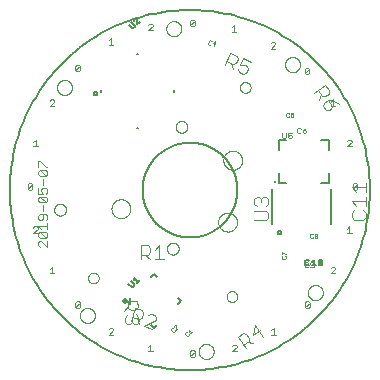
<source format=gto>
G75*
%MOIN*%
%OFA0B0*%
%FSLAX25Y25*%
%IPPOS*%
%LPD*%
%AMOC8*
5,1,8,0,0,1.08239X$1,22.5*
%
%ADD10C,0.00600*%
%ADD11C,0.00300*%
%ADD12C,0.00000*%
%ADD13C,0.00200*%
%ADD14C,0.00800*%
%ADD15C,0.00500*%
%ADD16C,0.00100*%
%ADD17C,0.02000*%
%ADD18C,0.00400*%
%ADD19C,0.00787*%
%ADD20C,0.01114*%
%ADD21C,0.00700*%
D10*
X0059019Y0074819D02*
X0059024Y0075207D01*
X0059038Y0075594D01*
X0059062Y0075981D01*
X0059095Y0076368D01*
X0059138Y0076753D01*
X0059190Y0077137D01*
X0059252Y0077520D01*
X0059323Y0077901D01*
X0059403Y0078281D01*
X0059493Y0078658D01*
X0059591Y0079033D01*
X0059699Y0079405D01*
X0059816Y0079775D01*
X0059943Y0080142D01*
X0060078Y0080505D01*
X0060222Y0080865D01*
X0060374Y0081222D01*
X0060536Y0081574D01*
X0060706Y0081923D01*
X0060885Y0082267D01*
X0061072Y0082607D01*
X0061267Y0082942D01*
X0061470Y0083272D01*
X0061682Y0083597D01*
X0061901Y0083917D01*
X0062128Y0084231D01*
X0062363Y0084540D01*
X0062605Y0084842D01*
X0062855Y0085139D01*
X0063112Y0085430D01*
X0063376Y0085714D01*
X0063647Y0085991D01*
X0063924Y0086262D01*
X0064208Y0086526D01*
X0064499Y0086783D01*
X0064796Y0087033D01*
X0065098Y0087275D01*
X0065407Y0087510D01*
X0065721Y0087737D01*
X0066041Y0087956D01*
X0066366Y0088168D01*
X0066696Y0088371D01*
X0067031Y0088566D01*
X0067371Y0088753D01*
X0067715Y0088932D01*
X0068064Y0089102D01*
X0068416Y0089264D01*
X0068773Y0089416D01*
X0069133Y0089560D01*
X0069496Y0089695D01*
X0069863Y0089822D01*
X0070233Y0089939D01*
X0070605Y0090047D01*
X0070980Y0090145D01*
X0071357Y0090235D01*
X0071737Y0090315D01*
X0072118Y0090386D01*
X0072501Y0090448D01*
X0072885Y0090500D01*
X0073270Y0090543D01*
X0073657Y0090576D01*
X0074044Y0090600D01*
X0074431Y0090614D01*
X0074819Y0090619D01*
X0075207Y0090614D01*
X0075594Y0090600D01*
X0075981Y0090576D01*
X0076368Y0090543D01*
X0076753Y0090500D01*
X0077137Y0090448D01*
X0077520Y0090386D01*
X0077901Y0090315D01*
X0078281Y0090235D01*
X0078658Y0090145D01*
X0079033Y0090047D01*
X0079405Y0089939D01*
X0079775Y0089822D01*
X0080142Y0089695D01*
X0080505Y0089560D01*
X0080865Y0089416D01*
X0081222Y0089264D01*
X0081574Y0089102D01*
X0081923Y0088932D01*
X0082267Y0088753D01*
X0082607Y0088566D01*
X0082942Y0088371D01*
X0083272Y0088168D01*
X0083597Y0087956D01*
X0083917Y0087737D01*
X0084231Y0087510D01*
X0084540Y0087275D01*
X0084842Y0087033D01*
X0085139Y0086783D01*
X0085430Y0086526D01*
X0085714Y0086262D01*
X0085991Y0085991D01*
X0086262Y0085714D01*
X0086526Y0085430D01*
X0086783Y0085139D01*
X0087033Y0084842D01*
X0087275Y0084540D01*
X0087510Y0084231D01*
X0087737Y0083917D01*
X0087956Y0083597D01*
X0088168Y0083272D01*
X0088371Y0082942D01*
X0088566Y0082607D01*
X0088753Y0082267D01*
X0088932Y0081923D01*
X0089102Y0081574D01*
X0089264Y0081222D01*
X0089416Y0080865D01*
X0089560Y0080505D01*
X0089695Y0080142D01*
X0089822Y0079775D01*
X0089939Y0079405D01*
X0090047Y0079033D01*
X0090145Y0078658D01*
X0090235Y0078281D01*
X0090315Y0077901D01*
X0090386Y0077520D01*
X0090448Y0077137D01*
X0090500Y0076753D01*
X0090543Y0076368D01*
X0090576Y0075981D01*
X0090600Y0075594D01*
X0090614Y0075207D01*
X0090619Y0074819D01*
X0090614Y0074431D01*
X0090600Y0074044D01*
X0090576Y0073657D01*
X0090543Y0073270D01*
X0090500Y0072885D01*
X0090448Y0072501D01*
X0090386Y0072118D01*
X0090315Y0071737D01*
X0090235Y0071357D01*
X0090145Y0070980D01*
X0090047Y0070605D01*
X0089939Y0070233D01*
X0089822Y0069863D01*
X0089695Y0069496D01*
X0089560Y0069133D01*
X0089416Y0068773D01*
X0089264Y0068416D01*
X0089102Y0068064D01*
X0088932Y0067715D01*
X0088753Y0067371D01*
X0088566Y0067031D01*
X0088371Y0066696D01*
X0088168Y0066366D01*
X0087956Y0066041D01*
X0087737Y0065721D01*
X0087510Y0065407D01*
X0087275Y0065098D01*
X0087033Y0064796D01*
X0086783Y0064499D01*
X0086526Y0064208D01*
X0086262Y0063924D01*
X0085991Y0063647D01*
X0085714Y0063376D01*
X0085430Y0063112D01*
X0085139Y0062855D01*
X0084842Y0062605D01*
X0084540Y0062363D01*
X0084231Y0062128D01*
X0083917Y0061901D01*
X0083597Y0061682D01*
X0083272Y0061470D01*
X0082942Y0061267D01*
X0082607Y0061072D01*
X0082267Y0060885D01*
X0081923Y0060706D01*
X0081574Y0060536D01*
X0081222Y0060374D01*
X0080865Y0060222D01*
X0080505Y0060078D01*
X0080142Y0059943D01*
X0079775Y0059816D01*
X0079405Y0059699D01*
X0079033Y0059591D01*
X0078658Y0059493D01*
X0078281Y0059403D01*
X0077901Y0059323D01*
X0077520Y0059252D01*
X0077137Y0059190D01*
X0076753Y0059138D01*
X0076368Y0059095D01*
X0075981Y0059062D01*
X0075594Y0059038D01*
X0075207Y0059024D01*
X0074819Y0059019D01*
X0074431Y0059024D01*
X0074044Y0059038D01*
X0073657Y0059062D01*
X0073270Y0059095D01*
X0072885Y0059138D01*
X0072501Y0059190D01*
X0072118Y0059252D01*
X0071737Y0059323D01*
X0071357Y0059403D01*
X0070980Y0059493D01*
X0070605Y0059591D01*
X0070233Y0059699D01*
X0069863Y0059816D01*
X0069496Y0059943D01*
X0069133Y0060078D01*
X0068773Y0060222D01*
X0068416Y0060374D01*
X0068064Y0060536D01*
X0067715Y0060706D01*
X0067371Y0060885D01*
X0067031Y0061072D01*
X0066696Y0061267D01*
X0066366Y0061470D01*
X0066041Y0061682D01*
X0065721Y0061901D01*
X0065407Y0062128D01*
X0065098Y0062363D01*
X0064796Y0062605D01*
X0064499Y0062855D01*
X0064208Y0063112D01*
X0063924Y0063376D01*
X0063647Y0063647D01*
X0063376Y0063924D01*
X0063112Y0064208D01*
X0062855Y0064499D01*
X0062605Y0064796D01*
X0062363Y0065098D01*
X0062128Y0065407D01*
X0061901Y0065721D01*
X0061682Y0066041D01*
X0061470Y0066366D01*
X0061267Y0066696D01*
X0061072Y0067031D01*
X0060885Y0067371D01*
X0060706Y0067715D01*
X0060536Y0068064D01*
X0060374Y0068416D01*
X0060222Y0068773D01*
X0060078Y0069133D01*
X0059943Y0069496D01*
X0059816Y0069863D01*
X0059699Y0070233D01*
X0059591Y0070605D01*
X0059493Y0070980D01*
X0059403Y0071357D01*
X0059323Y0071737D01*
X0059252Y0072118D01*
X0059190Y0072501D01*
X0059138Y0072885D01*
X0059095Y0073270D01*
X0059062Y0073657D01*
X0059038Y0074044D01*
X0059024Y0074431D01*
X0059019Y0074819D01*
X0014819Y0074819D02*
X0014837Y0076291D01*
X0014891Y0077763D01*
X0014982Y0079233D01*
X0015108Y0080700D01*
X0015270Y0082164D01*
X0015468Y0083623D01*
X0015702Y0085077D01*
X0015972Y0086524D01*
X0016277Y0087965D01*
X0016617Y0089398D01*
X0016992Y0090822D01*
X0017403Y0092236D01*
X0017847Y0093640D01*
X0018326Y0095032D01*
X0018839Y0096413D01*
X0019386Y0097780D01*
X0019966Y0099133D01*
X0020580Y0100472D01*
X0021226Y0101796D01*
X0021904Y0103103D01*
X0022614Y0104393D01*
X0023355Y0105665D01*
X0024128Y0106919D01*
X0024931Y0108153D01*
X0025764Y0109367D01*
X0026627Y0110561D01*
X0027518Y0111733D01*
X0028438Y0112883D01*
X0029386Y0114009D01*
X0030362Y0115113D01*
X0031364Y0116191D01*
X0032393Y0117245D01*
X0033447Y0118274D01*
X0034525Y0119276D01*
X0035629Y0120252D01*
X0036755Y0121200D01*
X0037905Y0122120D01*
X0039077Y0123011D01*
X0040271Y0123874D01*
X0041485Y0124707D01*
X0042719Y0125510D01*
X0043973Y0126283D01*
X0045245Y0127024D01*
X0046535Y0127734D01*
X0047842Y0128412D01*
X0049166Y0129058D01*
X0050505Y0129672D01*
X0051858Y0130252D01*
X0053225Y0130799D01*
X0054606Y0131312D01*
X0055998Y0131791D01*
X0057402Y0132235D01*
X0058816Y0132646D01*
X0060240Y0133021D01*
X0061673Y0133361D01*
X0063114Y0133666D01*
X0064561Y0133936D01*
X0066015Y0134170D01*
X0067474Y0134368D01*
X0068938Y0134530D01*
X0070405Y0134656D01*
X0071875Y0134747D01*
X0073347Y0134801D01*
X0074819Y0134819D01*
X0076291Y0134801D01*
X0077763Y0134747D01*
X0079233Y0134656D01*
X0080700Y0134530D01*
X0082164Y0134368D01*
X0083623Y0134170D01*
X0085077Y0133936D01*
X0086524Y0133666D01*
X0087965Y0133361D01*
X0089398Y0133021D01*
X0090822Y0132646D01*
X0092236Y0132235D01*
X0093640Y0131791D01*
X0095032Y0131312D01*
X0096413Y0130799D01*
X0097780Y0130252D01*
X0099133Y0129672D01*
X0100472Y0129058D01*
X0101796Y0128412D01*
X0103103Y0127734D01*
X0104393Y0127024D01*
X0105665Y0126283D01*
X0106919Y0125510D01*
X0108153Y0124707D01*
X0109367Y0123874D01*
X0110561Y0123011D01*
X0111733Y0122120D01*
X0112883Y0121200D01*
X0114009Y0120252D01*
X0115113Y0119276D01*
X0116191Y0118274D01*
X0117245Y0117245D01*
X0118274Y0116191D01*
X0119276Y0115113D01*
X0120252Y0114009D01*
X0121200Y0112883D01*
X0122120Y0111733D01*
X0123011Y0110561D01*
X0123874Y0109367D01*
X0124707Y0108153D01*
X0125510Y0106919D01*
X0126283Y0105665D01*
X0127024Y0104393D01*
X0127734Y0103103D01*
X0128412Y0101796D01*
X0129058Y0100472D01*
X0129672Y0099133D01*
X0130252Y0097780D01*
X0130799Y0096413D01*
X0131312Y0095032D01*
X0131791Y0093640D01*
X0132235Y0092236D01*
X0132646Y0090822D01*
X0133021Y0089398D01*
X0133361Y0087965D01*
X0133666Y0086524D01*
X0133936Y0085077D01*
X0134170Y0083623D01*
X0134368Y0082164D01*
X0134530Y0080700D01*
X0134656Y0079233D01*
X0134747Y0077763D01*
X0134801Y0076291D01*
X0134819Y0074819D01*
X0134801Y0073347D01*
X0134747Y0071875D01*
X0134656Y0070405D01*
X0134530Y0068938D01*
X0134368Y0067474D01*
X0134170Y0066015D01*
X0133936Y0064561D01*
X0133666Y0063114D01*
X0133361Y0061673D01*
X0133021Y0060240D01*
X0132646Y0058816D01*
X0132235Y0057402D01*
X0131791Y0055998D01*
X0131312Y0054606D01*
X0130799Y0053225D01*
X0130252Y0051858D01*
X0129672Y0050505D01*
X0129058Y0049166D01*
X0128412Y0047842D01*
X0127734Y0046535D01*
X0127024Y0045245D01*
X0126283Y0043973D01*
X0125510Y0042719D01*
X0124707Y0041485D01*
X0123874Y0040271D01*
X0123011Y0039077D01*
X0122120Y0037905D01*
X0121200Y0036755D01*
X0120252Y0035629D01*
X0119276Y0034525D01*
X0118274Y0033447D01*
X0117245Y0032393D01*
X0116191Y0031364D01*
X0115113Y0030362D01*
X0114009Y0029386D01*
X0112883Y0028438D01*
X0111733Y0027518D01*
X0110561Y0026627D01*
X0109367Y0025764D01*
X0108153Y0024931D01*
X0106919Y0024128D01*
X0105665Y0023355D01*
X0104393Y0022614D01*
X0103103Y0021904D01*
X0101796Y0021226D01*
X0100472Y0020580D01*
X0099133Y0019966D01*
X0097780Y0019386D01*
X0096413Y0018839D01*
X0095032Y0018326D01*
X0093640Y0017847D01*
X0092236Y0017403D01*
X0090822Y0016992D01*
X0089398Y0016617D01*
X0087965Y0016277D01*
X0086524Y0015972D01*
X0085077Y0015702D01*
X0083623Y0015468D01*
X0082164Y0015270D01*
X0080700Y0015108D01*
X0079233Y0014982D01*
X0077763Y0014891D01*
X0076291Y0014837D01*
X0074819Y0014819D01*
X0073347Y0014837D01*
X0071875Y0014891D01*
X0070405Y0014982D01*
X0068938Y0015108D01*
X0067474Y0015270D01*
X0066015Y0015468D01*
X0064561Y0015702D01*
X0063114Y0015972D01*
X0061673Y0016277D01*
X0060240Y0016617D01*
X0058816Y0016992D01*
X0057402Y0017403D01*
X0055998Y0017847D01*
X0054606Y0018326D01*
X0053225Y0018839D01*
X0051858Y0019386D01*
X0050505Y0019966D01*
X0049166Y0020580D01*
X0047842Y0021226D01*
X0046535Y0021904D01*
X0045245Y0022614D01*
X0043973Y0023355D01*
X0042719Y0024128D01*
X0041485Y0024931D01*
X0040271Y0025764D01*
X0039077Y0026627D01*
X0037905Y0027518D01*
X0036755Y0028438D01*
X0035629Y0029386D01*
X0034525Y0030362D01*
X0033447Y0031364D01*
X0032393Y0032393D01*
X0031364Y0033447D01*
X0030362Y0034525D01*
X0029386Y0035629D01*
X0028438Y0036755D01*
X0027518Y0037905D01*
X0026627Y0039077D01*
X0025764Y0040271D01*
X0024931Y0041485D01*
X0024128Y0042719D01*
X0023355Y0043973D01*
X0022614Y0045245D01*
X0021904Y0046535D01*
X0021226Y0047842D01*
X0020580Y0049166D01*
X0019966Y0050505D01*
X0019386Y0051858D01*
X0018839Y0053225D01*
X0018326Y0054606D01*
X0017847Y0055998D01*
X0017403Y0057402D01*
X0016992Y0058816D01*
X0016617Y0060240D01*
X0016277Y0061673D01*
X0015972Y0063114D01*
X0015702Y0064561D01*
X0015468Y0066015D01*
X0015270Y0067474D01*
X0015108Y0068938D01*
X0014982Y0070405D01*
X0014891Y0071875D01*
X0014837Y0073347D01*
X0014819Y0074819D01*
D11*
X0024267Y0075583D02*
X0024267Y0073648D01*
X0025718Y0073648D01*
X0025234Y0074616D01*
X0025234Y0075099D01*
X0025718Y0075583D01*
X0026685Y0075583D01*
X0027169Y0075099D01*
X0027169Y0074132D01*
X0026685Y0073648D01*
X0026685Y0072637D02*
X0027169Y0072153D01*
X0027169Y0071185D01*
X0026685Y0070702D01*
X0024750Y0072637D01*
X0026685Y0072637D01*
X0024750Y0072637D02*
X0024267Y0072153D01*
X0024267Y0071185D01*
X0024750Y0070702D01*
X0026685Y0070702D01*
X0025718Y0069690D02*
X0025718Y0067755D01*
X0025718Y0066744D02*
X0025718Y0065292D01*
X0025234Y0064809D01*
X0024750Y0064809D01*
X0024267Y0065292D01*
X0024267Y0066260D01*
X0024750Y0066744D01*
X0026685Y0066744D01*
X0027169Y0066260D01*
X0027169Y0065292D01*
X0026685Y0064809D01*
X0027169Y0063797D02*
X0027169Y0061862D01*
X0027169Y0062830D02*
X0024267Y0062830D01*
X0025234Y0061862D01*
X0024750Y0060850D02*
X0026685Y0058916D01*
X0027169Y0059399D01*
X0027169Y0060367D01*
X0026685Y0060850D01*
X0024750Y0060850D01*
X0024267Y0060367D01*
X0024267Y0059399D01*
X0024750Y0058916D01*
X0026685Y0058916D01*
X0027169Y0057904D02*
X0027169Y0055969D01*
X0025234Y0057904D01*
X0024750Y0057904D01*
X0024267Y0057420D01*
X0024267Y0056453D01*
X0024750Y0055969D01*
X0025718Y0076595D02*
X0025718Y0078530D01*
X0026685Y0079541D02*
X0024750Y0079541D01*
X0024267Y0080025D01*
X0024267Y0080992D01*
X0024750Y0081476D01*
X0026685Y0079541D01*
X0027169Y0080025D01*
X0027169Y0080992D01*
X0026685Y0081476D01*
X0024750Y0081476D01*
X0024267Y0082488D02*
X0024267Y0084423D01*
X0024750Y0084423D01*
X0026685Y0082488D01*
X0027169Y0082488D01*
D12*
X0029556Y0068274D02*
X0029558Y0068362D01*
X0029564Y0068450D01*
X0029574Y0068538D01*
X0029588Y0068626D01*
X0029605Y0068712D01*
X0029627Y0068798D01*
X0029652Y0068882D01*
X0029682Y0068966D01*
X0029714Y0069048D01*
X0029751Y0069128D01*
X0029791Y0069207D01*
X0029835Y0069284D01*
X0029882Y0069359D01*
X0029932Y0069431D01*
X0029986Y0069502D01*
X0030042Y0069569D01*
X0030102Y0069635D01*
X0030164Y0069697D01*
X0030230Y0069757D01*
X0030297Y0069813D01*
X0030368Y0069867D01*
X0030440Y0069917D01*
X0030515Y0069964D01*
X0030592Y0070008D01*
X0030671Y0070048D01*
X0030751Y0070085D01*
X0030833Y0070117D01*
X0030917Y0070147D01*
X0031001Y0070172D01*
X0031087Y0070194D01*
X0031173Y0070211D01*
X0031261Y0070225D01*
X0031349Y0070235D01*
X0031437Y0070241D01*
X0031525Y0070243D01*
X0031613Y0070241D01*
X0031701Y0070235D01*
X0031789Y0070225D01*
X0031877Y0070211D01*
X0031963Y0070194D01*
X0032049Y0070172D01*
X0032133Y0070147D01*
X0032217Y0070117D01*
X0032299Y0070085D01*
X0032379Y0070048D01*
X0032458Y0070008D01*
X0032535Y0069964D01*
X0032610Y0069917D01*
X0032682Y0069867D01*
X0032753Y0069813D01*
X0032820Y0069757D01*
X0032886Y0069697D01*
X0032948Y0069635D01*
X0033008Y0069569D01*
X0033064Y0069502D01*
X0033118Y0069431D01*
X0033168Y0069359D01*
X0033215Y0069284D01*
X0033259Y0069207D01*
X0033299Y0069128D01*
X0033336Y0069048D01*
X0033368Y0068966D01*
X0033398Y0068882D01*
X0033423Y0068798D01*
X0033445Y0068712D01*
X0033462Y0068626D01*
X0033476Y0068538D01*
X0033486Y0068450D01*
X0033492Y0068362D01*
X0033494Y0068274D01*
X0033492Y0068186D01*
X0033486Y0068098D01*
X0033476Y0068010D01*
X0033462Y0067922D01*
X0033445Y0067836D01*
X0033423Y0067750D01*
X0033398Y0067666D01*
X0033368Y0067582D01*
X0033336Y0067500D01*
X0033299Y0067420D01*
X0033259Y0067341D01*
X0033215Y0067264D01*
X0033168Y0067189D01*
X0033118Y0067117D01*
X0033064Y0067046D01*
X0033008Y0066979D01*
X0032948Y0066913D01*
X0032886Y0066851D01*
X0032820Y0066791D01*
X0032753Y0066735D01*
X0032682Y0066681D01*
X0032610Y0066631D01*
X0032535Y0066584D01*
X0032458Y0066540D01*
X0032379Y0066500D01*
X0032299Y0066463D01*
X0032217Y0066431D01*
X0032133Y0066401D01*
X0032049Y0066376D01*
X0031963Y0066354D01*
X0031877Y0066337D01*
X0031789Y0066323D01*
X0031701Y0066313D01*
X0031613Y0066307D01*
X0031525Y0066305D01*
X0031437Y0066307D01*
X0031349Y0066313D01*
X0031261Y0066323D01*
X0031173Y0066337D01*
X0031087Y0066354D01*
X0031001Y0066376D01*
X0030917Y0066401D01*
X0030833Y0066431D01*
X0030751Y0066463D01*
X0030671Y0066500D01*
X0030592Y0066540D01*
X0030515Y0066584D01*
X0030440Y0066631D01*
X0030368Y0066681D01*
X0030297Y0066735D01*
X0030230Y0066791D01*
X0030164Y0066851D01*
X0030102Y0066913D01*
X0030042Y0066979D01*
X0029986Y0067046D01*
X0029932Y0067117D01*
X0029882Y0067189D01*
X0029835Y0067264D01*
X0029791Y0067341D01*
X0029751Y0067420D01*
X0029714Y0067500D01*
X0029682Y0067582D01*
X0029652Y0067666D01*
X0029627Y0067750D01*
X0029605Y0067836D01*
X0029588Y0067922D01*
X0029574Y0068010D01*
X0029564Y0068098D01*
X0029558Y0068186D01*
X0029556Y0068274D01*
X0040859Y0045486D02*
X0040861Y0045570D01*
X0040867Y0045653D01*
X0040877Y0045736D01*
X0040891Y0045819D01*
X0040908Y0045901D01*
X0040930Y0045982D01*
X0040955Y0046061D01*
X0040984Y0046140D01*
X0041017Y0046217D01*
X0041053Y0046292D01*
X0041093Y0046366D01*
X0041136Y0046438D01*
X0041183Y0046507D01*
X0041233Y0046574D01*
X0041286Y0046639D01*
X0041342Y0046701D01*
X0041400Y0046761D01*
X0041462Y0046818D01*
X0041526Y0046871D01*
X0041593Y0046922D01*
X0041662Y0046969D01*
X0041733Y0047014D01*
X0041806Y0047054D01*
X0041881Y0047091D01*
X0041958Y0047125D01*
X0042036Y0047155D01*
X0042115Y0047181D01*
X0042196Y0047204D01*
X0042278Y0047222D01*
X0042360Y0047237D01*
X0042443Y0047248D01*
X0042526Y0047255D01*
X0042610Y0047258D01*
X0042694Y0047257D01*
X0042777Y0047252D01*
X0042861Y0047243D01*
X0042943Y0047230D01*
X0043025Y0047214D01*
X0043106Y0047193D01*
X0043187Y0047169D01*
X0043265Y0047141D01*
X0043343Y0047109D01*
X0043419Y0047073D01*
X0043493Y0047034D01*
X0043565Y0046992D01*
X0043635Y0046946D01*
X0043703Y0046897D01*
X0043768Y0046845D01*
X0043831Y0046790D01*
X0043891Y0046732D01*
X0043949Y0046671D01*
X0044003Y0046607D01*
X0044055Y0046541D01*
X0044103Y0046473D01*
X0044148Y0046402D01*
X0044189Y0046329D01*
X0044228Y0046255D01*
X0044262Y0046179D01*
X0044293Y0046101D01*
X0044320Y0046022D01*
X0044344Y0045941D01*
X0044363Y0045860D01*
X0044379Y0045778D01*
X0044391Y0045695D01*
X0044399Y0045611D01*
X0044403Y0045528D01*
X0044403Y0045444D01*
X0044399Y0045361D01*
X0044391Y0045277D01*
X0044379Y0045194D01*
X0044363Y0045112D01*
X0044344Y0045031D01*
X0044320Y0044950D01*
X0044293Y0044871D01*
X0044262Y0044793D01*
X0044228Y0044717D01*
X0044189Y0044643D01*
X0044148Y0044570D01*
X0044103Y0044499D01*
X0044055Y0044431D01*
X0044003Y0044365D01*
X0043949Y0044301D01*
X0043891Y0044240D01*
X0043831Y0044182D01*
X0043768Y0044127D01*
X0043703Y0044075D01*
X0043635Y0044026D01*
X0043565Y0043980D01*
X0043493Y0043938D01*
X0043419Y0043899D01*
X0043343Y0043863D01*
X0043265Y0043831D01*
X0043187Y0043803D01*
X0043106Y0043779D01*
X0043025Y0043758D01*
X0042943Y0043742D01*
X0042861Y0043729D01*
X0042777Y0043720D01*
X0042694Y0043715D01*
X0042610Y0043714D01*
X0042526Y0043717D01*
X0042443Y0043724D01*
X0042360Y0043735D01*
X0042278Y0043750D01*
X0042196Y0043768D01*
X0042115Y0043791D01*
X0042036Y0043817D01*
X0041958Y0043847D01*
X0041881Y0043881D01*
X0041806Y0043918D01*
X0041733Y0043958D01*
X0041662Y0044003D01*
X0041593Y0044050D01*
X0041526Y0044101D01*
X0041462Y0044154D01*
X0041400Y0044211D01*
X0041342Y0044271D01*
X0041286Y0044333D01*
X0041233Y0044398D01*
X0041183Y0044465D01*
X0041136Y0044534D01*
X0041093Y0044606D01*
X0041053Y0044680D01*
X0041017Y0044755D01*
X0040984Y0044832D01*
X0040955Y0044911D01*
X0040930Y0044990D01*
X0040908Y0045071D01*
X0040891Y0045153D01*
X0040877Y0045236D01*
X0040867Y0045319D01*
X0040861Y0045402D01*
X0040859Y0045486D01*
X0038119Y0033019D02*
X0038121Y0033118D01*
X0038127Y0033218D01*
X0038137Y0033317D01*
X0038151Y0033415D01*
X0038168Y0033513D01*
X0038190Y0033610D01*
X0038215Y0033706D01*
X0038244Y0033801D01*
X0038277Y0033895D01*
X0038314Y0033987D01*
X0038354Y0034078D01*
X0038398Y0034167D01*
X0038446Y0034255D01*
X0038497Y0034340D01*
X0038551Y0034423D01*
X0038608Y0034505D01*
X0038669Y0034583D01*
X0038733Y0034660D01*
X0038799Y0034733D01*
X0038869Y0034804D01*
X0038941Y0034872D01*
X0039016Y0034938D01*
X0039094Y0035000D01*
X0039174Y0035059D01*
X0039256Y0035115D01*
X0039340Y0035167D01*
X0039427Y0035216D01*
X0039515Y0035262D01*
X0039605Y0035304D01*
X0039697Y0035343D01*
X0039790Y0035378D01*
X0039884Y0035409D01*
X0039980Y0035436D01*
X0040077Y0035459D01*
X0040174Y0035479D01*
X0040272Y0035495D01*
X0040371Y0035507D01*
X0040470Y0035515D01*
X0040569Y0035519D01*
X0040669Y0035519D01*
X0040768Y0035515D01*
X0040867Y0035507D01*
X0040966Y0035495D01*
X0041064Y0035479D01*
X0041161Y0035459D01*
X0041258Y0035436D01*
X0041354Y0035409D01*
X0041448Y0035378D01*
X0041541Y0035343D01*
X0041633Y0035304D01*
X0041723Y0035262D01*
X0041811Y0035216D01*
X0041898Y0035167D01*
X0041982Y0035115D01*
X0042064Y0035059D01*
X0042144Y0035000D01*
X0042222Y0034938D01*
X0042297Y0034872D01*
X0042369Y0034804D01*
X0042439Y0034733D01*
X0042505Y0034660D01*
X0042569Y0034583D01*
X0042630Y0034505D01*
X0042687Y0034423D01*
X0042741Y0034340D01*
X0042792Y0034255D01*
X0042840Y0034167D01*
X0042884Y0034078D01*
X0042924Y0033987D01*
X0042961Y0033895D01*
X0042994Y0033801D01*
X0043023Y0033706D01*
X0043048Y0033610D01*
X0043070Y0033513D01*
X0043087Y0033415D01*
X0043101Y0033317D01*
X0043111Y0033218D01*
X0043117Y0033118D01*
X0043119Y0033019D01*
X0043117Y0032920D01*
X0043111Y0032820D01*
X0043101Y0032721D01*
X0043087Y0032623D01*
X0043070Y0032525D01*
X0043048Y0032428D01*
X0043023Y0032332D01*
X0042994Y0032237D01*
X0042961Y0032143D01*
X0042924Y0032051D01*
X0042884Y0031960D01*
X0042840Y0031871D01*
X0042792Y0031783D01*
X0042741Y0031698D01*
X0042687Y0031615D01*
X0042630Y0031533D01*
X0042569Y0031455D01*
X0042505Y0031378D01*
X0042439Y0031305D01*
X0042369Y0031234D01*
X0042297Y0031166D01*
X0042222Y0031100D01*
X0042144Y0031038D01*
X0042064Y0030979D01*
X0041982Y0030923D01*
X0041898Y0030871D01*
X0041811Y0030822D01*
X0041723Y0030776D01*
X0041633Y0030734D01*
X0041541Y0030695D01*
X0041448Y0030660D01*
X0041354Y0030629D01*
X0041258Y0030602D01*
X0041161Y0030579D01*
X0041064Y0030559D01*
X0040966Y0030543D01*
X0040867Y0030531D01*
X0040768Y0030523D01*
X0040669Y0030519D01*
X0040569Y0030519D01*
X0040470Y0030523D01*
X0040371Y0030531D01*
X0040272Y0030543D01*
X0040174Y0030559D01*
X0040077Y0030579D01*
X0039980Y0030602D01*
X0039884Y0030629D01*
X0039790Y0030660D01*
X0039697Y0030695D01*
X0039605Y0030734D01*
X0039515Y0030776D01*
X0039427Y0030822D01*
X0039340Y0030871D01*
X0039256Y0030923D01*
X0039174Y0030979D01*
X0039094Y0031038D01*
X0039016Y0031100D01*
X0038941Y0031166D01*
X0038869Y0031234D01*
X0038799Y0031305D01*
X0038733Y0031378D01*
X0038669Y0031455D01*
X0038608Y0031533D01*
X0038551Y0031615D01*
X0038497Y0031698D01*
X0038446Y0031783D01*
X0038398Y0031871D01*
X0038354Y0031960D01*
X0038314Y0032051D01*
X0038277Y0032143D01*
X0038244Y0032237D01*
X0038215Y0032332D01*
X0038190Y0032428D01*
X0038168Y0032525D01*
X0038151Y0032623D01*
X0038137Y0032721D01*
X0038127Y0032820D01*
X0038121Y0032920D01*
X0038119Y0033019D01*
X0048652Y0068588D02*
X0048654Y0068700D01*
X0048660Y0068811D01*
X0048670Y0068923D01*
X0048684Y0069034D01*
X0048701Y0069144D01*
X0048723Y0069254D01*
X0048749Y0069363D01*
X0048778Y0069471D01*
X0048811Y0069577D01*
X0048848Y0069683D01*
X0048889Y0069787D01*
X0048934Y0069890D01*
X0048982Y0069991D01*
X0049033Y0070090D01*
X0049088Y0070187D01*
X0049147Y0070282D01*
X0049208Y0070376D01*
X0049273Y0070467D01*
X0049342Y0070555D01*
X0049413Y0070641D01*
X0049487Y0070725D01*
X0049565Y0070805D01*
X0049645Y0070883D01*
X0049728Y0070959D01*
X0049813Y0071031D01*
X0049901Y0071100D01*
X0049991Y0071166D01*
X0050084Y0071228D01*
X0050179Y0071288D01*
X0050276Y0071344D01*
X0050374Y0071396D01*
X0050475Y0071445D01*
X0050577Y0071490D01*
X0050681Y0071532D01*
X0050786Y0071570D01*
X0050893Y0071604D01*
X0051000Y0071634D01*
X0051109Y0071661D01*
X0051218Y0071683D01*
X0051329Y0071702D01*
X0051439Y0071717D01*
X0051551Y0071728D01*
X0051662Y0071735D01*
X0051774Y0071738D01*
X0051886Y0071737D01*
X0051998Y0071732D01*
X0052109Y0071723D01*
X0052220Y0071710D01*
X0052331Y0071693D01*
X0052441Y0071673D01*
X0052550Y0071648D01*
X0052658Y0071620D01*
X0052765Y0071587D01*
X0052871Y0071551D01*
X0052975Y0071511D01*
X0053078Y0071468D01*
X0053180Y0071421D01*
X0053279Y0071370D01*
X0053377Y0071316D01*
X0053473Y0071258D01*
X0053567Y0071197D01*
X0053658Y0071133D01*
X0053747Y0071066D01*
X0053834Y0070995D01*
X0053918Y0070921D01*
X0054000Y0070845D01*
X0054078Y0070765D01*
X0054154Y0070683D01*
X0054227Y0070598D01*
X0054297Y0070511D01*
X0054363Y0070421D01*
X0054427Y0070329D01*
X0054487Y0070235D01*
X0054544Y0070139D01*
X0054597Y0070040D01*
X0054647Y0069940D01*
X0054693Y0069839D01*
X0054736Y0069735D01*
X0054775Y0069630D01*
X0054810Y0069524D01*
X0054841Y0069417D01*
X0054869Y0069308D01*
X0054892Y0069199D01*
X0054912Y0069089D01*
X0054928Y0068978D01*
X0054940Y0068867D01*
X0054948Y0068756D01*
X0054952Y0068644D01*
X0054952Y0068532D01*
X0054948Y0068420D01*
X0054940Y0068309D01*
X0054928Y0068198D01*
X0054912Y0068087D01*
X0054892Y0067977D01*
X0054869Y0067868D01*
X0054841Y0067759D01*
X0054810Y0067652D01*
X0054775Y0067546D01*
X0054736Y0067441D01*
X0054693Y0067337D01*
X0054647Y0067236D01*
X0054597Y0067136D01*
X0054544Y0067037D01*
X0054487Y0066941D01*
X0054427Y0066847D01*
X0054363Y0066755D01*
X0054297Y0066665D01*
X0054227Y0066578D01*
X0054154Y0066493D01*
X0054078Y0066411D01*
X0054000Y0066331D01*
X0053918Y0066255D01*
X0053834Y0066181D01*
X0053747Y0066110D01*
X0053658Y0066043D01*
X0053567Y0065979D01*
X0053473Y0065918D01*
X0053377Y0065860D01*
X0053279Y0065806D01*
X0053180Y0065755D01*
X0053078Y0065708D01*
X0052975Y0065665D01*
X0052871Y0065625D01*
X0052765Y0065589D01*
X0052658Y0065556D01*
X0052550Y0065528D01*
X0052441Y0065503D01*
X0052331Y0065483D01*
X0052220Y0065466D01*
X0052109Y0065453D01*
X0051998Y0065444D01*
X0051886Y0065439D01*
X0051774Y0065438D01*
X0051662Y0065441D01*
X0051551Y0065448D01*
X0051439Y0065459D01*
X0051329Y0065474D01*
X0051218Y0065493D01*
X0051109Y0065515D01*
X0051000Y0065542D01*
X0050893Y0065572D01*
X0050786Y0065606D01*
X0050681Y0065644D01*
X0050577Y0065686D01*
X0050475Y0065731D01*
X0050374Y0065780D01*
X0050276Y0065832D01*
X0050179Y0065888D01*
X0050084Y0065948D01*
X0049991Y0066010D01*
X0049901Y0066076D01*
X0049813Y0066145D01*
X0049728Y0066217D01*
X0049645Y0066293D01*
X0049565Y0066371D01*
X0049487Y0066451D01*
X0049413Y0066535D01*
X0049342Y0066621D01*
X0049273Y0066709D01*
X0049208Y0066800D01*
X0049147Y0066894D01*
X0049088Y0066989D01*
X0049033Y0067086D01*
X0048982Y0067185D01*
X0048934Y0067286D01*
X0048889Y0067389D01*
X0048848Y0067493D01*
X0048811Y0067599D01*
X0048778Y0067705D01*
X0048749Y0067813D01*
X0048723Y0067922D01*
X0048701Y0068032D01*
X0048684Y0068142D01*
X0048670Y0068253D01*
X0048660Y0068365D01*
X0048654Y0068476D01*
X0048652Y0068588D01*
X0067155Y0055278D02*
X0067157Y0055366D01*
X0067163Y0055454D01*
X0067173Y0055542D01*
X0067187Y0055630D01*
X0067204Y0055716D01*
X0067226Y0055802D01*
X0067251Y0055886D01*
X0067281Y0055970D01*
X0067313Y0056052D01*
X0067350Y0056132D01*
X0067390Y0056211D01*
X0067434Y0056288D01*
X0067481Y0056363D01*
X0067531Y0056435D01*
X0067585Y0056506D01*
X0067641Y0056573D01*
X0067701Y0056639D01*
X0067763Y0056701D01*
X0067829Y0056761D01*
X0067896Y0056817D01*
X0067967Y0056871D01*
X0068039Y0056921D01*
X0068114Y0056968D01*
X0068191Y0057012D01*
X0068270Y0057052D01*
X0068350Y0057089D01*
X0068432Y0057121D01*
X0068516Y0057151D01*
X0068600Y0057176D01*
X0068686Y0057198D01*
X0068772Y0057215D01*
X0068860Y0057229D01*
X0068948Y0057239D01*
X0069036Y0057245D01*
X0069124Y0057247D01*
X0069212Y0057245D01*
X0069300Y0057239D01*
X0069388Y0057229D01*
X0069476Y0057215D01*
X0069562Y0057198D01*
X0069648Y0057176D01*
X0069732Y0057151D01*
X0069816Y0057121D01*
X0069898Y0057089D01*
X0069978Y0057052D01*
X0070057Y0057012D01*
X0070134Y0056968D01*
X0070209Y0056921D01*
X0070281Y0056871D01*
X0070352Y0056817D01*
X0070419Y0056761D01*
X0070485Y0056701D01*
X0070547Y0056639D01*
X0070607Y0056573D01*
X0070663Y0056506D01*
X0070717Y0056435D01*
X0070767Y0056363D01*
X0070814Y0056288D01*
X0070858Y0056211D01*
X0070898Y0056132D01*
X0070935Y0056052D01*
X0070967Y0055970D01*
X0070997Y0055886D01*
X0071022Y0055802D01*
X0071044Y0055716D01*
X0071061Y0055630D01*
X0071075Y0055542D01*
X0071085Y0055454D01*
X0071091Y0055366D01*
X0071093Y0055278D01*
X0071091Y0055190D01*
X0071085Y0055102D01*
X0071075Y0055014D01*
X0071061Y0054926D01*
X0071044Y0054840D01*
X0071022Y0054754D01*
X0070997Y0054670D01*
X0070967Y0054586D01*
X0070935Y0054504D01*
X0070898Y0054424D01*
X0070858Y0054345D01*
X0070814Y0054268D01*
X0070767Y0054193D01*
X0070717Y0054121D01*
X0070663Y0054050D01*
X0070607Y0053983D01*
X0070547Y0053917D01*
X0070485Y0053855D01*
X0070419Y0053795D01*
X0070352Y0053739D01*
X0070281Y0053685D01*
X0070209Y0053635D01*
X0070134Y0053588D01*
X0070057Y0053544D01*
X0069978Y0053504D01*
X0069898Y0053467D01*
X0069816Y0053435D01*
X0069732Y0053405D01*
X0069648Y0053380D01*
X0069562Y0053358D01*
X0069476Y0053341D01*
X0069388Y0053327D01*
X0069300Y0053317D01*
X0069212Y0053311D01*
X0069124Y0053309D01*
X0069036Y0053311D01*
X0068948Y0053317D01*
X0068860Y0053327D01*
X0068772Y0053341D01*
X0068686Y0053358D01*
X0068600Y0053380D01*
X0068516Y0053405D01*
X0068432Y0053435D01*
X0068350Y0053467D01*
X0068270Y0053504D01*
X0068191Y0053544D01*
X0068114Y0053588D01*
X0068039Y0053635D01*
X0067967Y0053685D01*
X0067896Y0053739D01*
X0067829Y0053795D01*
X0067763Y0053855D01*
X0067701Y0053917D01*
X0067641Y0053983D01*
X0067585Y0054050D01*
X0067531Y0054121D01*
X0067481Y0054193D01*
X0067434Y0054268D01*
X0067390Y0054345D01*
X0067350Y0054424D01*
X0067313Y0054504D01*
X0067281Y0054586D01*
X0067251Y0054670D01*
X0067226Y0054754D01*
X0067204Y0054840D01*
X0067187Y0054926D01*
X0067173Y0055014D01*
X0067163Y0055102D01*
X0067157Y0055190D01*
X0067155Y0055278D01*
X0084218Y0064133D02*
X0084220Y0064245D01*
X0084226Y0064356D01*
X0084236Y0064468D01*
X0084250Y0064579D01*
X0084267Y0064689D01*
X0084289Y0064799D01*
X0084315Y0064908D01*
X0084344Y0065016D01*
X0084377Y0065122D01*
X0084414Y0065228D01*
X0084455Y0065332D01*
X0084500Y0065435D01*
X0084548Y0065536D01*
X0084599Y0065635D01*
X0084654Y0065732D01*
X0084713Y0065827D01*
X0084774Y0065921D01*
X0084839Y0066012D01*
X0084908Y0066100D01*
X0084979Y0066186D01*
X0085053Y0066270D01*
X0085131Y0066350D01*
X0085211Y0066428D01*
X0085294Y0066504D01*
X0085379Y0066576D01*
X0085467Y0066645D01*
X0085557Y0066711D01*
X0085650Y0066773D01*
X0085745Y0066833D01*
X0085842Y0066889D01*
X0085940Y0066941D01*
X0086041Y0066990D01*
X0086143Y0067035D01*
X0086247Y0067077D01*
X0086352Y0067115D01*
X0086459Y0067149D01*
X0086566Y0067179D01*
X0086675Y0067206D01*
X0086784Y0067228D01*
X0086895Y0067247D01*
X0087005Y0067262D01*
X0087117Y0067273D01*
X0087228Y0067280D01*
X0087340Y0067283D01*
X0087452Y0067282D01*
X0087564Y0067277D01*
X0087675Y0067268D01*
X0087786Y0067255D01*
X0087897Y0067238D01*
X0088007Y0067218D01*
X0088116Y0067193D01*
X0088224Y0067165D01*
X0088331Y0067132D01*
X0088437Y0067096D01*
X0088541Y0067056D01*
X0088644Y0067013D01*
X0088746Y0066966D01*
X0088845Y0066915D01*
X0088943Y0066861D01*
X0089039Y0066803D01*
X0089133Y0066742D01*
X0089224Y0066678D01*
X0089313Y0066611D01*
X0089400Y0066540D01*
X0089484Y0066466D01*
X0089566Y0066390D01*
X0089644Y0066310D01*
X0089720Y0066228D01*
X0089793Y0066143D01*
X0089863Y0066056D01*
X0089929Y0065966D01*
X0089993Y0065874D01*
X0090053Y0065780D01*
X0090110Y0065684D01*
X0090163Y0065585D01*
X0090213Y0065485D01*
X0090259Y0065384D01*
X0090302Y0065280D01*
X0090341Y0065175D01*
X0090376Y0065069D01*
X0090407Y0064962D01*
X0090435Y0064853D01*
X0090458Y0064744D01*
X0090478Y0064634D01*
X0090494Y0064523D01*
X0090506Y0064412D01*
X0090514Y0064301D01*
X0090518Y0064189D01*
X0090518Y0064077D01*
X0090514Y0063965D01*
X0090506Y0063854D01*
X0090494Y0063743D01*
X0090478Y0063632D01*
X0090458Y0063522D01*
X0090435Y0063413D01*
X0090407Y0063304D01*
X0090376Y0063197D01*
X0090341Y0063091D01*
X0090302Y0062986D01*
X0090259Y0062882D01*
X0090213Y0062781D01*
X0090163Y0062681D01*
X0090110Y0062582D01*
X0090053Y0062486D01*
X0089993Y0062392D01*
X0089929Y0062300D01*
X0089863Y0062210D01*
X0089793Y0062123D01*
X0089720Y0062038D01*
X0089644Y0061956D01*
X0089566Y0061876D01*
X0089484Y0061800D01*
X0089400Y0061726D01*
X0089313Y0061655D01*
X0089224Y0061588D01*
X0089133Y0061524D01*
X0089039Y0061463D01*
X0088943Y0061405D01*
X0088845Y0061351D01*
X0088746Y0061300D01*
X0088644Y0061253D01*
X0088541Y0061210D01*
X0088437Y0061170D01*
X0088331Y0061134D01*
X0088224Y0061101D01*
X0088116Y0061073D01*
X0088007Y0061048D01*
X0087897Y0061028D01*
X0087786Y0061011D01*
X0087675Y0060998D01*
X0087564Y0060989D01*
X0087452Y0060984D01*
X0087340Y0060983D01*
X0087228Y0060986D01*
X0087117Y0060993D01*
X0087005Y0061004D01*
X0086895Y0061019D01*
X0086784Y0061038D01*
X0086675Y0061060D01*
X0086566Y0061087D01*
X0086459Y0061117D01*
X0086352Y0061151D01*
X0086247Y0061189D01*
X0086143Y0061231D01*
X0086041Y0061276D01*
X0085940Y0061325D01*
X0085842Y0061377D01*
X0085745Y0061433D01*
X0085650Y0061493D01*
X0085557Y0061555D01*
X0085467Y0061621D01*
X0085379Y0061690D01*
X0085294Y0061762D01*
X0085211Y0061838D01*
X0085131Y0061916D01*
X0085053Y0061996D01*
X0084979Y0062080D01*
X0084908Y0062166D01*
X0084839Y0062254D01*
X0084774Y0062345D01*
X0084713Y0062439D01*
X0084654Y0062534D01*
X0084599Y0062631D01*
X0084548Y0062730D01*
X0084500Y0062831D01*
X0084455Y0062934D01*
X0084414Y0063038D01*
X0084377Y0063144D01*
X0084344Y0063250D01*
X0084315Y0063358D01*
X0084289Y0063467D01*
X0084267Y0063577D01*
X0084250Y0063687D01*
X0084236Y0063798D01*
X0084226Y0063910D01*
X0084220Y0064021D01*
X0084218Y0064133D01*
X0085940Y0084748D02*
X0085942Y0084860D01*
X0085948Y0084971D01*
X0085958Y0085083D01*
X0085972Y0085194D01*
X0085989Y0085304D01*
X0086011Y0085414D01*
X0086037Y0085523D01*
X0086066Y0085631D01*
X0086099Y0085737D01*
X0086136Y0085843D01*
X0086177Y0085947D01*
X0086222Y0086050D01*
X0086270Y0086151D01*
X0086321Y0086250D01*
X0086376Y0086347D01*
X0086435Y0086442D01*
X0086496Y0086536D01*
X0086561Y0086627D01*
X0086630Y0086715D01*
X0086701Y0086801D01*
X0086775Y0086885D01*
X0086853Y0086965D01*
X0086933Y0087043D01*
X0087016Y0087119D01*
X0087101Y0087191D01*
X0087189Y0087260D01*
X0087279Y0087326D01*
X0087372Y0087388D01*
X0087467Y0087448D01*
X0087564Y0087504D01*
X0087662Y0087556D01*
X0087763Y0087605D01*
X0087865Y0087650D01*
X0087969Y0087692D01*
X0088074Y0087730D01*
X0088181Y0087764D01*
X0088288Y0087794D01*
X0088397Y0087821D01*
X0088506Y0087843D01*
X0088617Y0087862D01*
X0088727Y0087877D01*
X0088839Y0087888D01*
X0088950Y0087895D01*
X0089062Y0087898D01*
X0089174Y0087897D01*
X0089286Y0087892D01*
X0089397Y0087883D01*
X0089508Y0087870D01*
X0089619Y0087853D01*
X0089729Y0087833D01*
X0089838Y0087808D01*
X0089946Y0087780D01*
X0090053Y0087747D01*
X0090159Y0087711D01*
X0090263Y0087671D01*
X0090366Y0087628D01*
X0090468Y0087581D01*
X0090567Y0087530D01*
X0090665Y0087476D01*
X0090761Y0087418D01*
X0090855Y0087357D01*
X0090946Y0087293D01*
X0091035Y0087226D01*
X0091122Y0087155D01*
X0091206Y0087081D01*
X0091288Y0087005D01*
X0091366Y0086925D01*
X0091442Y0086843D01*
X0091515Y0086758D01*
X0091585Y0086671D01*
X0091651Y0086581D01*
X0091715Y0086489D01*
X0091775Y0086395D01*
X0091832Y0086299D01*
X0091885Y0086200D01*
X0091935Y0086100D01*
X0091981Y0085999D01*
X0092024Y0085895D01*
X0092063Y0085790D01*
X0092098Y0085684D01*
X0092129Y0085577D01*
X0092157Y0085468D01*
X0092180Y0085359D01*
X0092200Y0085249D01*
X0092216Y0085138D01*
X0092228Y0085027D01*
X0092236Y0084916D01*
X0092240Y0084804D01*
X0092240Y0084692D01*
X0092236Y0084580D01*
X0092228Y0084469D01*
X0092216Y0084358D01*
X0092200Y0084247D01*
X0092180Y0084137D01*
X0092157Y0084028D01*
X0092129Y0083919D01*
X0092098Y0083812D01*
X0092063Y0083706D01*
X0092024Y0083601D01*
X0091981Y0083497D01*
X0091935Y0083396D01*
X0091885Y0083296D01*
X0091832Y0083197D01*
X0091775Y0083101D01*
X0091715Y0083007D01*
X0091651Y0082915D01*
X0091585Y0082825D01*
X0091515Y0082738D01*
X0091442Y0082653D01*
X0091366Y0082571D01*
X0091288Y0082491D01*
X0091206Y0082415D01*
X0091122Y0082341D01*
X0091035Y0082270D01*
X0090946Y0082203D01*
X0090855Y0082139D01*
X0090761Y0082078D01*
X0090665Y0082020D01*
X0090567Y0081966D01*
X0090468Y0081915D01*
X0090366Y0081868D01*
X0090263Y0081825D01*
X0090159Y0081785D01*
X0090053Y0081749D01*
X0089946Y0081716D01*
X0089838Y0081688D01*
X0089729Y0081663D01*
X0089619Y0081643D01*
X0089508Y0081626D01*
X0089397Y0081613D01*
X0089286Y0081604D01*
X0089174Y0081599D01*
X0089062Y0081598D01*
X0088950Y0081601D01*
X0088839Y0081608D01*
X0088727Y0081619D01*
X0088617Y0081634D01*
X0088506Y0081653D01*
X0088397Y0081675D01*
X0088288Y0081702D01*
X0088181Y0081732D01*
X0088074Y0081766D01*
X0087969Y0081804D01*
X0087865Y0081846D01*
X0087763Y0081891D01*
X0087662Y0081940D01*
X0087564Y0081992D01*
X0087467Y0082048D01*
X0087372Y0082108D01*
X0087279Y0082170D01*
X0087189Y0082236D01*
X0087101Y0082305D01*
X0087016Y0082377D01*
X0086933Y0082453D01*
X0086853Y0082531D01*
X0086775Y0082611D01*
X0086701Y0082695D01*
X0086630Y0082781D01*
X0086561Y0082869D01*
X0086496Y0082960D01*
X0086435Y0083054D01*
X0086376Y0083149D01*
X0086321Y0083246D01*
X0086270Y0083345D01*
X0086222Y0083446D01*
X0086177Y0083549D01*
X0086136Y0083653D01*
X0086099Y0083759D01*
X0086066Y0083865D01*
X0086037Y0083973D01*
X0086011Y0084082D01*
X0085989Y0084192D01*
X0085972Y0084302D01*
X0085958Y0084413D01*
X0085948Y0084525D01*
X0085942Y0084636D01*
X0085940Y0084748D01*
X0070056Y0095892D02*
X0070058Y0095980D01*
X0070064Y0096068D01*
X0070074Y0096156D01*
X0070088Y0096244D01*
X0070105Y0096330D01*
X0070127Y0096416D01*
X0070152Y0096500D01*
X0070182Y0096584D01*
X0070214Y0096666D01*
X0070251Y0096746D01*
X0070291Y0096825D01*
X0070335Y0096902D01*
X0070382Y0096977D01*
X0070432Y0097049D01*
X0070486Y0097120D01*
X0070542Y0097187D01*
X0070602Y0097253D01*
X0070664Y0097315D01*
X0070730Y0097375D01*
X0070797Y0097431D01*
X0070868Y0097485D01*
X0070940Y0097535D01*
X0071015Y0097582D01*
X0071092Y0097626D01*
X0071171Y0097666D01*
X0071251Y0097703D01*
X0071333Y0097735D01*
X0071417Y0097765D01*
X0071501Y0097790D01*
X0071587Y0097812D01*
X0071673Y0097829D01*
X0071761Y0097843D01*
X0071849Y0097853D01*
X0071937Y0097859D01*
X0072025Y0097861D01*
X0072113Y0097859D01*
X0072201Y0097853D01*
X0072289Y0097843D01*
X0072377Y0097829D01*
X0072463Y0097812D01*
X0072549Y0097790D01*
X0072633Y0097765D01*
X0072717Y0097735D01*
X0072799Y0097703D01*
X0072879Y0097666D01*
X0072958Y0097626D01*
X0073035Y0097582D01*
X0073110Y0097535D01*
X0073182Y0097485D01*
X0073253Y0097431D01*
X0073320Y0097375D01*
X0073386Y0097315D01*
X0073448Y0097253D01*
X0073508Y0097187D01*
X0073564Y0097120D01*
X0073618Y0097049D01*
X0073668Y0096977D01*
X0073715Y0096902D01*
X0073759Y0096825D01*
X0073799Y0096746D01*
X0073836Y0096666D01*
X0073868Y0096584D01*
X0073898Y0096500D01*
X0073923Y0096416D01*
X0073945Y0096330D01*
X0073962Y0096244D01*
X0073976Y0096156D01*
X0073986Y0096068D01*
X0073992Y0095980D01*
X0073994Y0095892D01*
X0073992Y0095804D01*
X0073986Y0095716D01*
X0073976Y0095628D01*
X0073962Y0095540D01*
X0073945Y0095454D01*
X0073923Y0095368D01*
X0073898Y0095284D01*
X0073868Y0095200D01*
X0073836Y0095118D01*
X0073799Y0095038D01*
X0073759Y0094959D01*
X0073715Y0094882D01*
X0073668Y0094807D01*
X0073618Y0094735D01*
X0073564Y0094664D01*
X0073508Y0094597D01*
X0073448Y0094531D01*
X0073386Y0094469D01*
X0073320Y0094409D01*
X0073253Y0094353D01*
X0073182Y0094299D01*
X0073110Y0094249D01*
X0073035Y0094202D01*
X0072958Y0094158D01*
X0072879Y0094118D01*
X0072799Y0094081D01*
X0072717Y0094049D01*
X0072633Y0094019D01*
X0072549Y0093994D01*
X0072463Y0093972D01*
X0072377Y0093955D01*
X0072289Y0093941D01*
X0072201Y0093931D01*
X0072113Y0093925D01*
X0072025Y0093923D01*
X0071937Y0093925D01*
X0071849Y0093931D01*
X0071761Y0093941D01*
X0071673Y0093955D01*
X0071587Y0093972D01*
X0071501Y0093994D01*
X0071417Y0094019D01*
X0071333Y0094049D01*
X0071251Y0094081D01*
X0071171Y0094118D01*
X0071092Y0094158D01*
X0071015Y0094202D01*
X0070940Y0094249D01*
X0070868Y0094299D01*
X0070797Y0094353D01*
X0070730Y0094409D01*
X0070664Y0094469D01*
X0070602Y0094531D01*
X0070542Y0094597D01*
X0070486Y0094664D01*
X0070432Y0094735D01*
X0070382Y0094807D01*
X0070335Y0094882D01*
X0070291Y0094959D01*
X0070251Y0095038D01*
X0070214Y0095118D01*
X0070182Y0095200D01*
X0070152Y0095284D01*
X0070127Y0095368D01*
X0070105Y0095454D01*
X0070088Y0095540D01*
X0070074Y0095628D01*
X0070064Y0095716D01*
X0070058Y0095804D01*
X0070056Y0095892D01*
X0091483Y0109007D02*
X0091485Y0109091D01*
X0091491Y0109174D01*
X0091501Y0109257D01*
X0091515Y0109340D01*
X0091532Y0109422D01*
X0091554Y0109503D01*
X0091579Y0109582D01*
X0091608Y0109661D01*
X0091641Y0109738D01*
X0091677Y0109813D01*
X0091717Y0109887D01*
X0091760Y0109959D01*
X0091807Y0110028D01*
X0091857Y0110095D01*
X0091910Y0110160D01*
X0091966Y0110222D01*
X0092024Y0110282D01*
X0092086Y0110339D01*
X0092150Y0110392D01*
X0092217Y0110443D01*
X0092286Y0110490D01*
X0092357Y0110535D01*
X0092430Y0110575D01*
X0092505Y0110612D01*
X0092582Y0110646D01*
X0092660Y0110676D01*
X0092739Y0110702D01*
X0092820Y0110725D01*
X0092902Y0110743D01*
X0092984Y0110758D01*
X0093067Y0110769D01*
X0093150Y0110776D01*
X0093234Y0110779D01*
X0093318Y0110778D01*
X0093401Y0110773D01*
X0093485Y0110764D01*
X0093567Y0110751D01*
X0093649Y0110735D01*
X0093730Y0110714D01*
X0093811Y0110690D01*
X0093889Y0110662D01*
X0093967Y0110630D01*
X0094043Y0110594D01*
X0094117Y0110555D01*
X0094189Y0110513D01*
X0094259Y0110467D01*
X0094327Y0110418D01*
X0094392Y0110366D01*
X0094455Y0110311D01*
X0094515Y0110253D01*
X0094573Y0110192D01*
X0094627Y0110128D01*
X0094679Y0110062D01*
X0094727Y0109994D01*
X0094772Y0109923D01*
X0094813Y0109850D01*
X0094852Y0109776D01*
X0094886Y0109700D01*
X0094917Y0109622D01*
X0094944Y0109543D01*
X0094968Y0109462D01*
X0094987Y0109381D01*
X0095003Y0109299D01*
X0095015Y0109216D01*
X0095023Y0109132D01*
X0095027Y0109049D01*
X0095027Y0108965D01*
X0095023Y0108882D01*
X0095015Y0108798D01*
X0095003Y0108715D01*
X0094987Y0108633D01*
X0094968Y0108552D01*
X0094944Y0108471D01*
X0094917Y0108392D01*
X0094886Y0108314D01*
X0094852Y0108238D01*
X0094813Y0108164D01*
X0094772Y0108091D01*
X0094727Y0108020D01*
X0094679Y0107952D01*
X0094627Y0107886D01*
X0094573Y0107822D01*
X0094515Y0107761D01*
X0094455Y0107703D01*
X0094392Y0107648D01*
X0094327Y0107596D01*
X0094259Y0107547D01*
X0094189Y0107501D01*
X0094117Y0107459D01*
X0094043Y0107420D01*
X0093967Y0107384D01*
X0093889Y0107352D01*
X0093811Y0107324D01*
X0093730Y0107300D01*
X0093649Y0107279D01*
X0093567Y0107263D01*
X0093485Y0107250D01*
X0093401Y0107241D01*
X0093318Y0107236D01*
X0093234Y0107235D01*
X0093150Y0107238D01*
X0093067Y0107245D01*
X0092984Y0107256D01*
X0092902Y0107271D01*
X0092820Y0107289D01*
X0092739Y0107312D01*
X0092660Y0107338D01*
X0092582Y0107368D01*
X0092505Y0107402D01*
X0092430Y0107439D01*
X0092357Y0107479D01*
X0092286Y0107524D01*
X0092217Y0107571D01*
X0092150Y0107622D01*
X0092086Y0107675D01*
X0092024Y0107732D01*
X0091966Y0107792D01*
X0091910Y0107854D01*
X0091857Y0107919D01*
X0091807Y0107986D01*
X0091760Y0108055D01*
X0091717Y0108127D01*
X0091677Y0108201D01*
X0091641Y0108276D01*
X0091608Y0108353D01*
X0091579Y0108432D01*
X0091554Y0108511D01*
X0091532Y0108592D01*
X0091515Y0108674D01*
X0091501Y0108757D01*
X0091491Y0108840D01*
X0091485Y0108923D01*
X0091483Y0109007D01*
X0106519Y0116619D02*
X0106521Y0116718D01*
X0106527Y0116818D01*
X0106537Y0116917D01*
X0106551Y0117015D01*
X0106568Y0117113D01*
X0106590Y0117210D01*
X0106615Y0117306D01*
X0106644Y0117401D01*
X0106677Y0117495D01*
X0106714Y0117587D01*
X0106754Y0117678D01*
X0106798Y0117767D01*
X0106846Y0117855D01*
X0106897Y0117940D01*
X0106951Y0118023D01*
X0107008Y0118105D01*
X0107069Y0118183D01*
X0107133Y0118260D01*
X0107199Y0118333D01*
X0107269Y0118404D01*
X0107341Y0118472D01*
X0107416Y0118538D01*
X0107494Y0118600D01*
X0107574Y0118659D01*
X0107656Y0118715D01*
X0107740Y0118767D01*
X0107827Y0118816D01*
X0107915Y0118862D01*
X0108005Y0118904D01*
X0108097Y0118943D01*
X0108190Y0118978D01*
X0108284Y0119009D01*
X0108380Y0119036D01*
X0108477Y0119059D01*
X0108574Y0119079D01*
X0108672Y0119095D01*
X0108771Y0119107D01*
X0108870Y0119115D01*
X0108969Y0119119D01*
X0109069Y0119119D01*
X0109168Y0119115D01*
X0109267Y0119107D01*
X0109366Y0119095D01*
X0109464Y0119079D01*
X0109561Y0119059D01*
X0109658Y0119036D01*
X0109754Y0119009D01*
X0109848Y0118978D01*
X0109941Y0118943D01*
X0110033Y0118904D01*
X0110123Y0118862D01*
X0110211Y0118816D01*
X0110298Y0118767D01*
X0110382Y0118715D01*
X0110464Y0118659D01*
X0110544Y0118600D01*
X0110622Y0118538D01*
X0110697Y0118472D01*
X0110769Y0118404D01*
X0110839Y0118333D01*
X0110905Y0118260D01*
X0110969Y0118183D01*
X0111030Y0118105D01*
X0111087Y0118023D01*
X0111141Y0117940D01*
X0111192Y0117855D01*
X0111240Y0117767D01*
X0111284Y0117678D01*
X0111324Y0117587D01*
X0111361Y0117495D01*
X0111394Y0117401D01*
X0111423Y0117306D01*
X0111448Y0117210D01*
X0111470Y0117113D01*
X0111487Y0117015D01*
X0111501Y0116917D01*
X0111511Y0116818D01*
X0111517Y0116718D01*
X0111519Y0116619D01*
X0111517Y0116520D01*
X0111511Y0116420D01*
X0111501Y0116321D01*
X0111487Y0116223D01*
X0111470Y0116125D01*
X0111448Y0116028D01*
X0111423Y0115932D01*
X0111394Y0115837D01*
X0111361Y0115743D01*
X0111324Y0115651D01*
X0111284Y0115560D01*
X0111240Y0115471D01*
X0111192Y0115383D01*
X0111141Y0115298D01*
X0111087Y0115215D01*
X0111030Y0115133D01*
X0110969Y0115055D01*
X0110905Y0114978D01*
X0110839Y0114905D01*
X0110769Y0114834D01*
X0110697Y0114766D01*
X0110622Y0114700D01*
X0110544Y0114638D01*
X0110464Y0114579D01*
X0110382Y0114523D01*
X0110298Y0114471D01*
X0110211Y0114422D01*
X0110123Y0114376D01*
X0110033Y0114334D01*
X0109941Y0114295D01*
X0109848Y0114260D01*
X0109754Y0114229D01*
X0109658Y0114202D01*
X0109561Y0114179D01*
X0109464Y0114159D01*
X0109366Y0114143D01*
X0109267Y0114131D01*
X0109168Y0114123D01*
X0109069Y0114119D01*
X0108969Y0114119D01*
X0108870Y0114123D01*
X0108771Y0114131D01*
X0108672Y0114143D01*
X0108574Y0114159D01*
X0108477Y0114179D01*
X0108380Y0114202D01*
X0108284Y0114229D01*
X0108190Y0114260D01*
X0108097Y0114295D01*
X0108005Y0114334D01*
X0107915Y0114376D01*
X0107827Y0114422D01*
X0107740Y0114471D01*
X0107656Y0114523D01*
X0107574Y0114579D01*
X0107494Y0114638D01*
X0107416Y0114700D01*
X0107341Y0114766D01*
X0107269Y0114834D01*
X0107199Y0114905D01*
X0107133Y0114978D01*
X0107069Y0115055D01*
X0107008Y0115133D01*
X0106951Y0115215D01*
X0106897Y0115298D01*
X0106846Y0115383D01*
X0106798Y0115471D01*
X0106754Y0115560D01*
X0106714Y0115651D01*
X0106677Y0115743D01*
X0106644Y0115837D01*
X0106615Y0115932D01*
X0106590Y0116028D01*
X0106568Y0116125D01*
X0106551Y0116223D01*
X0106537Y0116321D01*
X0106527Y0116420D01*
X0106521Y0116520D01*
X0106519Y0116619D01*
X0066919Y0128619D02*
X0066921Y0128718D01*
X0066927Y0128818D01*
X0066937Y0128917D01*
X0066951Y0129015D01*
X0066968Y0129113D01*
X0066990Y0129210D01*
X0067015Y0129306D01*
X0067044Y0129401D01*
X0067077Y0129495D01*
X0067114Y0129587D01*
X0067154Y0129678D01*
X0067198Y0129767D01*
X0067246Y0129855D01*
X0067297Y0129940D01*
X0067351Y0130023D01*
X0067408Y0130105D01*
X0067469Y0130183D01*
X0067533Y0130260D01*
X0067599Y0130333D01*
X0067669Y0130404D01*
X0067741Y0130472D01*
X0067816Y0130538D01*
X0067894Y0130600D01*
X0067974Y0130659D01*
X0068056Y0130715D01*
X0068140Y0130767D01*
X0068227Y0130816D01*
X0068315Y0130862D01*
X0068405Y0130904D01*
X0068497Y0130943D01*
X0068590Y0130978D01*
X0068684Y0131009D01*
X0068780Y0131036D01*
X0068877Y0131059D01*
X0068974Y0131079D01*
X0069072Y0131095D01*
X0069171Y0131107D01*
X0069270Y0131115D01*
X0069369Y0131119D01*
X0069469Y0131119D01*
X0069568Y0131115D01*
X0069667Y0131107D01*
X0069766Y0131095D01*
X0069864Y0131079D01*
X0069961Y0131059D01*
X0070058Y0131036D01*
X0070154Y0131009D01*
X0070248Y0130978D01*
X0070341Y0130943D01*
X0070433Y0130904D01*
X0070523Y0130862D01*
X0070611Y0130816D01*
X0070698Y0130767D01*
X0070782Y0130715D01*
X0070864Y0130659D01*
X0070944Y0130600D01*
X0071022Y0130538D01*
X0071097Y0130472D01*
X0071169Y0130404D01*
X0071239Y0130333D01*
X0071305Y0130260D01*
X0071369Y0130183D01*
X0071430Y0130105D01*
X0071487Y0130023D01*
X0071541Y0129940D01*
X0071592Y0129855D01*
X0071640Y0129767D01*
X0071684Y0129678D01*
X0071724Y0129587D01*
X0071761Y0129495D01*
X0071794Y0129401D01*
X0071823Y0129306D01*
X0071848Y0129210D01*
X0071870Y0129113D01*
X0071887Y0129015D01*
X0071901Y0128917D01*
X0071911Y0128818D01*
X0071917Y0128718D01*
X0071919Y0128619D01*
X0071917Y0128520D01*
X0071911Y0128420D01*
X0071901Y0128321D01*
X0071887Y0128223D01*
X0071870Y0128125D01*
X0071848Y0128028D01*
X0071823Y0127932D01*
X0071794Y0127837D01*
X0071761Y0127743D01*
X0071724Y0127651D01*
X0071684Y0127560D01*
X0071640Y0127471D01*
X0071592Y0127383D01*
X0071541Y0127298D01*
X0071487Y0127215D01*
X0071430Y0127133D01*
X0071369Y0127055D01*
X0071305Y0126978D01*
X0071239Y0126905D01*
X0071169Y0126834D01*
X0071097Y0126766D01*
X0071022Y0126700D01*
X0070944Y0126638D01*
X0070864Y0126579D01*
X0070782Y0126523D01*
X0070698Y0126471D01*
X0070611Y0126422D01*
X0070523Y0126376D01*
X0070433Y0126334D01*
X0070341Y0126295D01*
X0070248Y0126260D01*
X0070154Y0126229D01*
X0070058Y0126202D01*
X0069961Y0126179D01*
X0069864Y0126159D01*
X0069766Y0126143D01*
X0069667Y0126131D01*
X0069568Y0126123D01*
X0069469Y0126119D01*
X0069369Y0126119D01*
X0069270Y0126123D01*
X0069171Y0126131D01*
X0069072Y0126143D01*
X0068974Y0126159D01*
X0068877Y0126179D01*
X0068780Y0126202D01*
X0068684Y0126229D01*
X0068590Y0126260D01*
X0068497Y0126295D01*
X0068405Y0126334D01*
X0068315Y0126376D01*
X0068227Y0126422D01*
X0068140Y0126471D01*
X0068056Y0126523D01*
X0067974Y0126579D01*
X0067894Y0126638D01*
X0067816Y0126700D01*
X0067741Y0126766D01*
X0067669Y0126834D01*
X0067599Y0126905D01*
X0067533Y0126978D01*
X0067469Y0127055D01*
X0067408Y0127133D01*
X0067351Y0127215D01*
X0067297Y0127298D01*
X0067246Y0127383D01*
X0067198Y0127471D01*
X0067154Y0127560D01*
X0067114Y0127651D01*
X0067077Y0127743D01*
X0067044Y0127837D01*
X0067015Y0127932D01*
X0066990Y0128028D01*
X0066968Y0128125D01*
X0066951Y0128223D01*
X0066937Y0128321D01*
X0066927Y0128420D01*
X0066921Y0128520D01*
X0066919Y0128619D01*
X0030519Y0109019D02*
X0030521Y0109118D01*
X0030527Y0109218D01*
X0030537Y0109317D01*
X0030551Y0109415D01*
X0030568Y0109513D01*
X0030590Y0109610D01*
X0030615Y0109706D01*
X0030644Y0109801D01*
X0030677Y0109895D01*
X0030714Y0109987D01*
X0030754Y0110078D01*
X0030798Y0110167D01*
X0030846Y0110255D01*
X0030897Y0110340D01*
X0030951Y0110423D01*
X0031008Y0110505D01*
X0031069Y0110583D01*
X0031133Y0110660D01*
X0031199Y0110733D01*
X0031269Y0110804D01*
X0031341Y0110872D01*
X0031416Y0110938D01*
X0031494Y0111000D01*
X0031574Y0111059D01*
X0031656Y0111115D01*
X0031740Y0111167D01*
X0031827Y0111216D01*
X0031915Y0111262D01*
X0032005Y0111304D01*
X0032097Y0111343D01*
X0032190Y0111378D01*
X0032284Y0111409D01*
X0032380Y0111436D01*
X0032477Y0111459D01*
X0032574Y0111479D01*
X0032672Y0111495D01*
X0032771Y0111507D01*
X0032870Y0111515D01*
X0032969Y0111519D01*
X0033069Y0111519D01*
X0033168Y0111515D01*
X0033267Y0111507D01*
X0033366Y0111495D01*
X0033464Y0111479D01*
X0033561Y0111459D01*
X0033658Y0111436D01*
X0033754Y0111409D01*
X0033848Y0111378D01*
X0033941Y0111343D01*
X0034033Y0111304D01*
X0034123Y0111262D01*
X0034211Y0111216D01*
X0034298Y0111167D01*
X0034382Y0111115D01*
X0034464Y0111059D01*
X0034544Y0111000D01*
X0034622Y0110938D01*
X0034697Y0110872D01*
X0034769Y0110804D01*
X0034839Y0110733D01*
X0034905Y0110660D01*
X0034969Y0110583D01*
X0035030Y0110505D01*
X0035087Y0110423D01*
X0035141Y0110340D01*
X0035192Y0110255D01*
X0035240Y0110167D01*
X0035284Y0110078D01*
X0035324Y0109987D01*
X0035361Y0109895D01*
X0035394Y0109801D01*
X0035423Y0109706D01*
X0035448Y0109610D01*
X0035470Y0109513D01*
X0035487Y0109415D01*
X0035501Y0109317D01*
X0035511Y0109218D01*
X0035517Y0109118D01*
X0035519Y0109019D01*
X0035517Y0108920D01*
X0035511Y0108820D01*
X0035501Y0108721D01*
X0035487Y0108623D01*
X0035470Y0108525D01*
X0035448Y0108428D01*
X0035423Y0108332D01*
X0035394Y0108237D01*
X0035361Y0108143D01*
X0035324Y0108051D01*
X0035284Y0107960D01*
X0035240Y0107871D01*
X0035192Y0107783D01*
X0035141Y0107698D01*
X0035087Y0107615D01*
X0035030Y0107533D01*
X0034969Y0107455D01*
X0034905Y0107378D01*
X0034839Y0107305D01*
X0034769Y0107234D01*
X0034697Y0107166D01*
X0034622Y0107100D01*
X0034544Y0107038D01*
X0034464Y0106979D01*
X0034382Y0106923D01*
X0034298Y0106871D01*
X0034211Y0106822D01*
X0034123Y0106776D01*
X0034033Y0106734D01*
X0033941Y0106695D01*
X0033848Y0106660D01*
X0033754Y0106629D01*
X0033658Y0106602D01*
X0033561Y0106579D01*
X0033464Y0106559D01*
X0033366Y0106543D01*
X0033267Y0106531D01*
X0033168Y0106523D01*
X0033069Y0106519D01*
X0032969Y0106519D01*
X0032870Y0106523D01*
X0032771Y0106531D01*
X0032672Y0106543D01*
X0032574Y0106559D01*
X0032477Y0106579D01*
X0032380Y0106602D01*
X0032284Y0106629D01*
X0032190Y0106660D01*
X0032097Y0106695D01*
X0032005Y0106734D01*
X0031915Y0106776D01*
X0031827Y0106822D01*
X0031740Y0106871D01*
X0031656Y0106923D01*
X0031574Y0106979D01*
X0031494Y0107038D01*
X0031416Y0107100D01*
X0031341Y0107166D01*
X0031269Y0107234D01*
X0031199Y0107305D01*
X0031133Y0107378D01*
X0031069Y0107455D01*
X0031008Y0107533D01*
X0030951Y0107615D01*
X0030897Y0107698D01*
X0030846Y0107783D01*
X0030798Y0107871D01*
X0030754Y0107960D01*
X0030714Y0108051D01*
X0030677Y0108143D01*
X0030644Y0108237D01*
X0030615Y0108332D01*
X0030590Y0108428D01*
X0030568Y0108525D01*
X0030551Y0108623D01*
X0030537Y0108721D01*
X0030527Y0108820D01*
X0030521Y0108920D01*
X0030519Y0109019D01*
X0087047Y0039319D02*
X0087049Y0039403D01*
X0087055Y0039486D01*
X0087065Y0039569D01*
X0087079Y0039652D01*
X0087096Y0039734D01*
X0087118Y0039815D01*
X0087143Y0039894D01*
X0087172Y0039973D01*
X0087205Y0040050D01*
X0087241Y0040125D01*
X0087281Y0040199D01*
X0087324Y0040271D01*
X0087371Y0040340D01*
X0087421Y0040407D01*
X0087474Y0040472D01*
X0087530Y0040534D01*
X0087588Y0040594D01*
X0087650Y0040651D01*
X0087714Y0040704D01*
X0087781Y0040755D01*
X0087850Y0040802D01*
X0087921Y0040847D01*
X0087994Y0040887D01*
X0088069Y0040924D01*
X0088146Y0040958D01*
X0088224Y0040988D01*
X0088303Y0041014D01*
X0088384Y0041037D01*
X0088466Y0041055D01*
X0088548Y0041070D01*
X0088631Y0041081D01*
X0088714Y0041088D01*
X0088798Y0041091D01*
X0088882Y0041090D01*
X0088965Y0041085D01*
X0089049Y0041076D01*
X0089131Y0041063D01*
X0089213Y0041047D01*
X0089294Y0041026D01*
X0089375Y0041002D01*
X0089453Y0040974D01*
X0089531Y0040942D01*
X0089607Y0040906D01*
X0089681Y0040867D01*
X0089753Y0040825D01*
X0089823Y0040779D01*
X0089891Y0040730D01*
X0089956Y0040678D01*
X0090019Y0040623D01*
X0090079Y0040565D01*
X0090137Y0040504D01*
X0090191Y0040440D01*
X0090243Y0040374D01*
X0090291Y0040306D01*
X0090336Y0040235D01*
X0090377Y0040162D01*
X0090416Y0040088D01*
X0090450Y0040012D01*
X0090481Y0039934D01*
X0090508Y0039855D01*
X0090532Y0039774D01*
X0090551Y0039693D01*
X0090567Y0039611D01*
X0090579Y0039528D01*
X0090587Y0039444D01*
X0090591Y0039361D01*
X0090591Y0039277D01*
X0090587Y0039194D01*
X0090579Y0039110D01*
X0090567Y0039027D01*
X0090551Y0038945D01*
X0090532Y0038864D01*
X0090508Y0038783D01*
X0090481Y0038704D01*
X0090450Y0038626D01*
X0090416Y0038550D01*
X0090377Y0038476D01*
X0090336Y0038403D01*
X0090291Y0038332D01*
X0090243Y0038264D01*
X0090191Y0038198D01*
X0090137Y0038134D01*
X0090079Y0038073D01*
X0090019Y0038015D01*
X0089956Y0037960D01*
X0089891Y0037908D01*
X0089823Y0037859D01*
X0089753Y0037813D01*
X0089681Y0037771D01*
X0089607Y0037732D01*
X0089531Y0037696D01*
X0089453Y0037664D01*
X0089375Y0037636D01*
X0089294Y0037612D01*
X0089213Y0037591D01*
X0089131Y0037575D01*
X0089049Y0037562D01*
X0088965Y0037553D01*
X0088882Y0037548D01*
X0088798Y0037547D01*
X0088714Y0037550D01*
X0088631Y0037557D01*
X0088548Y0037568D01*
X0088466Y0037583D01*
X0088384Y0037601D01*
X0088303Y0037624D01*
X0088224Y0037650D01*
X0088146Y0037680D01*
X0088069Y0037714D01*
X0087994Y0037751D01*
X0087921Y0037791D01*
X0087850Y0037836D01*
X0087781Y0037883D01*
X0087714Y0037934D01*
X0087650Y0037987D01*
X0087588Y0038044D01*
X0087530Y0038104D01*
X0087474Y0038166D01*
X0087421Y0038231D01*
X0087371Y0038298D01*
X0087324Y0038367D01*
X0087281Y0038439D01*
X0087241Y0038513D01*
X0087205Y0038588D01*
X0087172Y0038665D01*
X0087143Y0038744D01*
X0087118Y0038823D01*
X0087096Y0038904D01*
X0087079Y0038986D01*
X0087065Y0039069D01*
X0087055Y0039152D01*
X0087049Y0039235D01*
X0087047Y0039319D01*
X0077719Y0021019D02*
X0077721Y0021118D01*
X0077727Y0021218D01*
X0077737Y0021317D01*
X0077751Y0021415D01*
X0077768Y0021513D01*
X0077790Y0021610D01*
X0077815Y0021706D01*
X0077844Y0021801D01*
X0077877Y0021895D01*
X0077914Y0021987D01*
X0077954Y0022078D01*
X0077998Y0022167D01*
X0078046Y0022255D01*
X0078097Y0022340D01*
X0078151Y0022423D01*
X0078208Y0022505D01*
X0078269Y0022583D01*
X0078333Y0022660D01*
X0078399Y0022733D01*
X0078469Y0022804D01*
X0078541Y0022872D01*
X0078616Y0022938D01*
X0078694Y0023000D01*
X0078774Y0023059D01*
X0078856Y0023115D01*
X0078940Y0023167D01*
X0079027Y0023216D01*
X0079115Y0023262D01*
X0079205Y0023304D01*
X0079297Y0023343D01*
X0079390Y0023378D01*
X0079484Y0023409D01*
X0079580Y0023436D01*
X0079677Y0023459D01*
X0079774Y0023479D01*
X0079872Y0023495D01*
X0079971Y0023507D01*
X0080070Y0023515D01*
X0080169Y0023519D01*
X0080269Y0023519D01*
X0080368Y0023515D01*
X0080467Y0023507D01*
X0080566Y0023495D01*
X0080664Y0023479D01*
X0080761Y0023459D01*
X0080858Y0023436D01*
X0080954Y0023409D01*
X0081048Y0023378D01*
X0081141Y0023343D01*
X0081233Y0023304D01*
X0081323Y0023262D01*
X0081411Y0023216D01*
X0081498Y0023167D01*
X0081582Y0023115D01*
X0081664Y0023059D01*
X0081744Y0023000D01*
X0081822Y0022938D01*
X0081897Y0022872D01*
X0081969Y0022804D01*
X0082039Y0022733D01*
X0082105Y0022660D01*
X0082169Y0022583D01*
X0082230Y0022505D01*
X0082287Y0022423D01*
X0082341Y0022340D01*
X0082392Y0022255D01*
X0082440Y0022167D01*
X0082484Y0022078D01*
X0082524Y0021987D01*
X0082561Y0021895D01*
X0082594Y0021801D01*
X0082623Y0021706D01*
X0082648Y0021610D01*
X0082670Y0021513D01*
X0082687Y0021415D01*
X0082701Y0021317D01*
X0082711Y0021218D01*
X0082717Y0021118D01*
X0082719Y0021019D01*
X0082717Y0020920D01*
X0082711Y0020820D01*
X0082701Y0020721D01*
X0082687Y0020623D01*
X0082670Y0020525D01*
X0082648Y0020428D01*
X0082623Y0020332D01*
X0082594Y0020237D01*
X0082561Y0020143D01*
X0082524Y0020051D01*
X0082484Y0019960D01*
X0082440Y0019871D01*
X0082392Y0019783D01*
X0082341Y0019698D01*
X0082287Y0019615D01*
X0082230Y0019533D01*
X0082169Y0019455D01*
X0082105Y0019378D01*
X0082039Y0019305D01*
X0081969Y0019234D01*
X0081897Y0019166D01*
X0081822Y0019100D01*
X0081744Y0019038D01*
X0081664Y0018979D01*
X0081582Y0018923D01*
X0081498Y0018871D01*
X0081411Y0018822D01*
X0081323Y0018776D01*
X0081233Y0018734D01*
X0081141Y0018695D01*
X0081048Y0018660D01*
X0080954Y0018629D01*
X0080858Y0018602D01*
X0080761Y0018579D01*
X0080664Y0018559D01*
X0080566Y0018543D01*
X0080467Y0018531D01*
X0080368Y0018523D01*
X0080269Y0018519D01*
X0080169Y0018519D01*
X0080070Y0018523D01*
X0079971Y0018531D01*
X0079872Y0018543D01*
X0079774Y0018559D01*
X0079677Y0018579D01*
X0079580Y0018602D01*
X0079484Y0018629D01*
X0079390Y0018660D01*
X0079297Y0018695D01*
X0079205Y0018734D01*
X0079115Y0018776D01*
X0079027Y0018822D01*
X0078940Y0018871D01*
X0078856Y0018923D01*
X0078774Y0018979D01*
X0078694Y0019038D01*
X0078616Y0019100D01*
X0078541Y0019166D01*
X0078469Y0019234D01*
X0078399Y0019305D01*
X0078333Y0019378D01*
X0078269Y0019455D01*
X0078208Y0019533D01*
X0078151Y0019615D01*
X0078097Y0019698D01*
X0078046Y0019783D01*
X0077998Y0019871D01*
X0077954Y0019960D01*
X0077914Y0020051D01*
X0077877Y0020143D01*
X0077844Y0020237D01*
X0077815Y0020332D01*
X0077790Y0020428D01*
X0077768Y0020525D01*
X0077751Y0020623D01*
X0077737Y0020721D01*
X0077727Y0020820D01*
X0077721Y0020920D01*
X0077719Y0021019D01*
X0114119Y0040619D02*
X0114121Y0040718D01*
X0114127Y0040818D01*
X0114137Y0040917D01*
X0114151Y0041015D01*
X0114168Y0041113D01*
X0114190Y0041210D01*
X0114215Y0041306D01*
X0114244Y0041401D01*
X0114277Y0041495D01*
X0114314Y0041587D01*
X0114354Y0041678D01*
X0114398Y0041767D01*
X0114446Y0041855D01*
X0114497Y0041940D01*
X0114551Y0042023D01*
X0114608Y0042105D01*
X0114669Y0042183D01*
X0114733Y0042260D01*
X0114799Y0042333D01*
X0114869Y0042404D01*
X0114941Y0042472D01*
X0115016Y0042538D01*
X0115094Y0042600D01*
X0115174Y0042659D01*
X0115256Y0042715D01*
X0115340Y0042767D01*
X0115427Y0042816D01*
X0115515Y0042862D01*
X0115605Y0042904D01*
X0115697Y0042943D01*
X0115790Y0042978D01*
X0115884Y0043009D01*
X0115980Y0043036D01*
X0116077Y0043059D01*
X0116174Y0043079D01*
X0116272Y0043095D01*
X0116371Y0043107D01*
X0116470Y0043115D01*
X0116569Y0043119D01*
X0116669Y0043119D01*
X0116768Y0043115D01*
X0116867Y0043107D01*
X0116966Y0043095D01*
X0117064Y0043079D01*
X0117161Y0043059D01*
X0117258Y0043036D01*
X0117354Y0043009D01*
X0117448Y0042978D01*
X0117541Y0042943D01*
X0117633Y0042904D01*
X0117723Y0042862D01*
X0117811Y0042816D01*
X0117898Y0042767D01*
X0117982Y0042715D01*
X0118064Y0042659D01*
X0118144Y0042600D01*
X0118222Y0042538D01*
X0118297Y0042472D01*
X0118369Y0042404D01*
X0118439Y0042333D01*
X0118505Y0042260D01*
X0118569Y0042183D01*
X0118630Y0042105D01*
X0118687Y0042023D01*
X0118741Y0041940D01*
X0118792Y0041855D01*
X0118840Y0041767D01*
X0118884Y0041678D01*
X0118924Y0041587D01*
X0118961Y0041495D01*
X0118994Y0041401D01*
X0119023Y0041306D01*
X0119048Y0041210D01*
X0119070Y0041113D01*
X0119087Y0041015D01*
X0119101Y0040917D01*
X0119111Y0040818D01*
X0119117Y0040718D01*
X0119119Y0040619D01*
X0119117Y0040520D01*
X0119111Y0040420D01*
X0119101Y0040321D01*
X0119087Y0040223D01*
X0119070Y0040125D01*
X0119048Y0040028D01*
X0119023Y0039932D01*
X0118994Y0039837D01*
X0118961Y0039743D01*
X0118924Y0039651D01*
X0118884Y0039560D01*
X0118840Y0039471D01*
X0118792Y0039383D01*
X0118741Y0039298D01*
X0118687Y0039215D01*
X0118630Y0039133D01*
X0118569Y0039055D01*
X0118505Y0038978D01*
X0118439Y0038905D01*
X0118369Y0038834D01*
X0118297Y0038766D01*
X0118222Y0038700D01*
X0118144Y0038638D01*
X0118064Y0038579D01*
X0117982Y0038523D01*
X0117898Y0038471D01*
X0117811Y0038422D01*
X0117723Y0038376D01*
X0117633Y0038334D01*
X0117541Y0038295D01*
X0117448Y0038260D01*
X0117354Y0038229D01*
X0117258Y0038202D01*
X0117161Y0038179D01*
X0117064Y0038159D01*
X0116966Y0038143D01*
X0116867Y0038131D01*
X0116768Y0038123D01*
X0116669Y0038119D01*
X0116569Y0038119D01*
X0116470Y0038123D01*
X0116371Y0038131D01*
X0116272Y0038143D01*
X0116174Y0038159D01*
X0116077Y0038179D01*
X0115980Y0038202D01*
X0115884Y0038229D01*
X0115790Y0038260D01*
X0115697Y0038295D01*
X0115605Y0038334D01*
X0115515Y0038376D01*
X0115427Y0038422D01*
X0115340Y0038471D01*
X0115256Y0038523D01*
X0115174Y0038579D01*
X0115094Y0038638D01*
X0115016Y0038700D01*
X0114941Y0038766D01*
X0114869Y0038834D01*
X0114799Y0038905D01*
X0114733Y0038978D01*
X0114669Y0039055D01*
X0114608Y0039133D01*
X0114551Y0039215D01*
X0114497Y0039298D01*
X0114446Y0039383D01*
X0114398Y0039471D01*
X0114354Y0039560D01*
X0114314Y0039651D01*
X0114277Y0039743D01*
X0114244Y0039837D01*
X0114215Y0039932D01*
X0114190Y0040028D01*
X0114168Y0040125D01*
X0114151Y0040223D01*
X0114137Y0040321D01*
X0114127Y0040420D01*
X0114121Y0040520D01*
X0114119Y0040619D01*
D13*
X0038110Y0037311D02*
X0036642Y0035843D01*
X0037009Y0035476D01*
X0037743Y0035476D01*
X0038110Y0035843D01*
X0038110Y0037311D01*
X0037743Y0037678D01*
X0037009Y0037678D01*
X0036642Y0037311D01*
X0036642Y0035843D01*
X0029506Y0047027D02*
X0028038Y0047027D01*
X0028772Y0047027D02*
X0028772Y0049229D01*
X0028038Y0048495D01*
X0024097Y0060479D02*
X0022629Y0060479D01*
X0024097Y0061947D01*
X0024097Y0062314D01*
X0023730Y0062681D01*
X0022996Y0062681D01*
X0022629Y0062314D01*
X0021884Y0074915D02*
X0021150Y0074915D01*
X0020783Y0075282D01*
X0022251Y0076750D01*
X0022251Y0075282D01*
X0021884Y0074915D01*
X0020783Y0075282D02*
X0020783Y0076750D01*
X0021150Y0077117D01*
X0021884Y0077117D01*
X0022251Y0076750D01*
X0022627Y0089351D02*
X0024095Y0089351D01*
X0023361Y0089351D02*
X0023361Y0091553D01*
X0022627Y0090819D01*
X0028034Y0102803D02*
X0029502Y0104271D01*
X0029502Y0104638D01*
X0029135Y0105005D01*
X0028401Y0105005D01*
X0028034Y0104638D01*
X0028034Y0102803D02*
X0029502Y0102803D01*
X0037004Y0114356D02*
X0036637Y0114723D01*
X0038105Y0116191D01*
X0038105Y0114723D01*
X0037738Y0114356D01*
X0037004Y0114356D01*
X0036637Y0114723D02*
X0036637Y0116191D01*
X0037004Y0116558D01*
X0037738Y0116558D01*
X0038105Y0116191D01*
X0047848Y0123220D02*
X0049316Y0123220D01*
X0048582Y0123220D02*
X0048582Y0125422D01*
X0047848Y0124688D01*
X0060904Y0128043D02*
X0062372Y0129511D01*
X0062372Y0129878D01*
X0062005Y0130245D01*
X0061271Y0130245D01*
X0060904Y0129878D01*
X0060904Y0128043D02*
X0062372Y0128043D01*
X0074915Y0129812D02*
X0076383Y0131280D01*
X0076383Y0129812D01*
X0076016Y0129445D01*
X0075282Y0129445D01*
X0074915Y0129812D01*
X0074915Y0131280D01*
X0075282Y0131647D01*
X0076016Y0131647D01*
X0076383Y0131280D01*
X0088676Y0129014D02*
X0089410Y0129748D01*
X0089410Y0127546D01*
X0088676Y0127546D02*
X0090144Y0127546D01*
X0101733Y0123810D02*
X0102100Y0124177D01*
X0102834Y0124177D01*
X0103201Y0123810D01*
X0103201Y0123443D01*
X0101733Y0121975D01*
X0103201Y0121975D01*
X0113196Y0115197D02*
X0113196Y0113729D01*
X0114664Y0115197D01*
X0114664Y0113729D01*
X0114297Y0113362D01*
X0113563Y0113362D01*
X0113196Y0113729D01*
X0113196Y0115197D02*
X0113563Y0115564D01*
X0114297Y0115564D01*
X0114664Y0115197D01*
X0122534Y0105013D02*
X0122534Y0102811D01*
X0121800Y0102811D02*
X0123268Y0102811D01*
X0121800Y0104279D02*
X0122534Y0105013D01*
X0113620Y0095621D02*
X0113020Y0095320D01*
X0112419Y0094720D01*
X0113320Y0094720D01*
X0113620Y0094420D01*
X0113620Y0094119D01*
X0113320Y0093819D01*
X0112719Y0093819D01*
X0112419Y0094119D01*
X0112419Y0094720D01*
X0111778Y0095320D02*
X0111478Y0095621D01*
X0110878Y0095621D01*
X0110577Y0095320D01*
X0110577Y0094119D01*
X0110878Y0093819D01*
X0111478Y0093819D01*
X0111778Y0094119D01*
X0108678Y0093898D02*
X0107477Y0093898D01*
X0107477Y0092997D01*
X0108078Y0093297D01*
X0108378Y0093297D01*
X0108678Y0092997D01*
X0108678Y0092396D01*
X0108378Y0092096D01*
X0107777Y0092096D01*
X0107477Y0092396D01*
X0106837Y0092396D02*
X0106837Y0093898D01*
X0105636Y0093898D02*
X0105636Y0092396D01*
X0105936Y0092096D01*
X0106536Y0092096D01*
X0106837Y0092396D01*
X0127209Y0091194D02*
X0127576Y0091561D01*
X0128310Y0091561D01*
X0128677Y0091194D01*
X0128677Y0090827D01*
X0127209Y0089359D01*
X0128677Y0089359D01*
X0129422Y0077125D02*
X0130156Y0077125D01*
X0130523Y0076758D01*
X0129055Y0075290D01*
X0129422Y0074923D01*
X0130156Y0074923D01*
X0130523Y0075290D01*
X0130523Y0076758D01*
X0129422Y0077125D02*
X0129055Y0076758D01*
X0129055Y0075290D01*
X0127945Y0062689D02*
X0127945Y0060487D01*
X0127211Y0060487D02*
X0128679Y0060487D01*
X0127211Y0061955D02*
X0127945Y0062689D01*
X0122905Y0049237D02*
X0122171Y0049237D01*
X0121804Y0048870D01*
X0122905Y0049237D02*
X0123272Y0048870D01*
X0123272Y0048503D01*
X0121804Y0047035D01*
X0123272Y0047035D01*
X0116120Y0049319D02*
X0116120Y0050520D01*
X0115820Y0050821D01*
X0115219Y0050821D01*
X0114919Y0050520D01*
X0114919Y0050220D01*
X0115219Y0049920D01*
X0116120Y0049920D01*
X0116120Y0049319D02*
X0115820Y0049019D01*
X0115219Y0049019D01*
X0114919Y0049319D01*
X0114278Y0049319D02*
X0113978Y0049019D01*
X0113378Y0049019D01*
X0113077Y0049319D01*
X0113077Y0050520D01*
X0113378Y0050821D01*
X0113978Y0050821D01*
X0114278Y0050520D01*
X0114302Y0037684D02*
X0113568Y0037684D01*
X0113201Y0037317D01*
X0113201Y0035849D01*
X0114669Y0037317D01*
X0114669Y0035849D01*
X0114302Y0035482D01*
X0113568Y0035482D01*
X0113201Y0035849D01*
X0114669Y0037317D02*
X0114302Y0037684D01*
X0103458Y0026618D02*
X0101990Y0026618D01*
X0102724Y0026618D02*
X0102724Y0028820D01*
X0101990Y0028086D01*
X0090402Y0022880D02*
X0090035Y0023247D01*
X0089301Y0023247D01*
X0088934Y0022880D01*
X0090402Y0022880D02*
X0090402Y0022513D01*
X0088934Y0021045D01*
X0090402Y0021045D01*
X0076391Y0020978D02*
X0076391Y0019510D01*
X0076024Y0019143D01*
X0075290Y0019143D01*
X0074923Y0019510D01*
X0076391Y0020978D01*
X0076024Y0021345D01*
X0075290Y0021345D01*
X0074923Y0020978D01*
X0074923Y0019510D01*
X0062380Y0021042D02*
X0060912Y0021042D01*
X0061646Y0021042D02*
X0061646Y0023244D01*
X0060912Y0022510D01*
X0049323Y0026613D02*
X0047855Y0026613D01*
X0049323Y0028081D01*
X0049323Y0028448D01*
X0048956Y0028815D01*
X0048222Y0028815D01*
X0047855Y0028448D01*
D14*
X0054885Y0036845D02*
X0054885Y0038793D01*
X0061845Y0045753D02*
X0062819Y0046727D01*
X0063793Y0045753D01*
X0070753Y0038793D02*
X0071727Y0037819D01*
X0070753Y0036845D01*
X0063793Y0029885D02*
X0062819Y0028911D01*
X0061845Y0029885D01*
X0057597Y0095570D02*
X0057041Y0095570D01*
X0045070Y0107541D02*
X0045070Y0108097D01*
X0042809Y0106984D02*
X0042811Y0107032D01*
X0042817Y0107080D01*
X0042827Y0107127D01*
X0042840Y0107173D01*
X0042858Y0107218D01*
X0042878Y0107262D01*
X0042903Y0107304D01*
X0042931Y0107343D01*
X0042961Y0107380D01*
X0042995Y0107414D01*
X0043032Y0107446D01*
X0043070Y0107475D01*
X0043111Y0107500D01*
X0043154Y0107522D01*
X0043199Y0107540D01*
X0043245Y0107554D01*
X0043292Y0107565D01*
X0043340Y0107572D01*
X0043388Y0107575D01*
X0043436Y0107574D01*
X0043484Y0107569D01*
X0043532Y0107560D01*
X0043578Y0107548D01*
X0043623Y0107531D01*
X0043667Y0107511D01*
X0043709Y0107488D01*
X0043749Y0107461D01*
X0043787Y0107431D01*
X0043822Y0107398D01*
X0043854Y0107362D01*
X0043884Y0107324D01*
X0043910Y0107283D01*
X0043932Y0107240D01*
X0043952Y0107196D01*
X0043967Y0107151D01*
X0043979Y0107104D01*
X0043987Y0107056D01*
X0043991Y0107008D01*
X0043991Y0106960D01*
X0043987Y0106912D01*
X0043979Y0106864D01*
X0043967Y0106817D01*
X0043952Y0106772D01*
X0043932Y0106728D01*
X0043910Y0106685D01*
X0043884Y0106644D01*
X0043854Y0106606D01*
X0043822Y0106570D01*
X0043787Y0106537D01*
X0043749Y0106507D01*
X0043709Y0106480D01*
X0043667Y0106457D01*
X0043623Y0106437D01*
X0043578Y0106420D01*
X0043532Y0106408D01*
X0043484Y0106399D01*
X0043436Y0106394D01*
X0043388Y0106393D01*
X0043340Y0106396D01*
X0043292Y0106403D01*
X0043245Y0106414D01*
X0043199Y0106428D01*
X0043154Y0106446D01*
X0043111Y0106468D01*
X0043070Y0106493D01*
X0043032Y0106522D01*
X0042995Y0106554D01*
X0042961Y0106588D01*
X0042931Y0106625D01*
X0042903Y0106664D01*
X0042878Y0106706D01*
X0042858Y0106750D01*
X0042840Y0106795D01*
X0042827Y0106841D01*
X0042817Y0106888D01*
X0042811Y0106936D01*
X0042809Y0106984D01*
X0057041Y0120068D02*
X0057597Y0120068D01*
X0069568Y0108097D02*
X0069568Y0107541D01*
D15*
X0055980Y0128754D02*
X0056429Y0129203D01*
X0056429Y0129651D01*
X0055308Y0130771D01*
X0056198Y0131213D02*
X0056198Y0131662D01*
X0056647Y0132110D01*
X0057095Y0132110D01*
X0057319Y0131886D01*
X0057319Y0130093D01*
X0058215Y0130989D01*
X0055980Y0128754D02*
X0055532Y0128754D01*
X0054412Y0129875D01*
X0113571Y0051571D02*
X0113254Y0051254D01*
X0113254Y0049986D01*
X0113571Y0049669D01*
X0114205Y0049669D01*
X0114522Y0049986D01*
X0115464Y0049669D02*
X0116732Y0049669D01*
X0116098Y0049669D02*
X0116098Y0051571D01*
X0115464Y0050937D01*
X0114522Y0051254D02*
X0114205Y0051571D01*
X0113571Y0051571D01*
X0117674Y0051254D02*
X0117674Y0049986D01*
X0118942Y0051254D01*
X0118942Y0049986D01*
X0118625Y0049669D01*
X0117991Y0049669D01*
X0117674Y0049986D01*
X0117674Y0051254D02*
X0117991Y0051571D01*
X0118625Y0051571D01*
X0118942Y0051254D01*
X0058059Y0044726D02*
X0057162Y0043829D01*
X0057610Y0044278D02*
X0056266Y0045622D01*
X0056266Y0044726D01*
X0055151Y0044508D02*
X0056272Y0043387D01*
X0056272Y0042939D01*
X0055824Y0042491D01*
X0055375Y0042491D01*
X0054255Y0043611D01*
D16*
X0068731Y0028722D02*
X0068401Y0028392D01*
X0068401Y0028062D01*
X0069061Y0027401D01*
X0069391Y0027401D01*
X0069722Y0027732D01*
X0069722Y0028062D01*
X0070203Y0028213D02*
X0070203Y0029534D01*
X0070038Y0029699D01*
X0069707Y0029699D01*
X0069377Y0029369D01*
X0069377Y0029039D01*
X0069061Y0028722D02*
X0068731Y0028722D01*
X0070203Y0028213D02*
X0070863Y0028873D01*
X0073193Y0027185D02*
X0073193Y0026855D01*
X0073854Y0026194D01*
X0074184Y0026194D01*
X0074515Y0026525D01*
X0074515Y0026855D01*
X0074996Y0027006D02*
X0075656Y0027666D01*
X0075326Y0027336D02*
X0074335Y0028327D01*
X0074335Y0027666D01*
X0073854Y0027515D02*
X0073524Y0027515D01*
X0073193Y0027185D01*
X0105368Y0052221D02*
X0105601Y0051988D01*
X0106535Y0051988D01*
X0106769Y0052221D01*
X0106769Y0052688D01*
X0106535Y0052922D01*
X0106535Y0053369D02*
X0106769Y0053369D01*
X0106535Y0053369D02*
X0105601Y0054303D01*
X0105368Y0054303D01*
X0105368Y0053369D01*
X0105601Y0052922D02*
X0105368Y0052688D01*
X0105368Y0052221D01*
X0114988Y0059103D02*
X0115221Y0058869D01*
X0115688Y0058869D01*
X0115922Y0059103D01*
X0116369Y0059103D02*
X0116369Y0059336D01*
X0116603Y0059570D01*
X0117070Y0059570D01*
X0117303Y0059336D01*
X0117303Y0059103D01*
X0117070Y0058869D01*
X0116603Y0058869D01*
X0116369Y0059103D01*
X0116603Y0059570D02*
X0116369Y0059803D01*
X0116369Y0060037D01*
X0116603Y0060270D01*
X0117070Y0060270D01*
X0117303Y0060037D01*
X0117303Y0059803D01*
X0117070Y0059570D01*
X0115922Y0060037D02*
X0115688Y0060270D01*
X0115221Y0060270D01*
X0114988Y0060037D01*
X0114988Y0059103D01*
X0109070Y0099119D02*
X0108603Y0099119D01*
X0108369Y0099353D01*
X0107922Y0099353D02*
X0107688Y0099119D01*
X0107221Y0099119D01*
X0106988Y0099353D01*
X0106988Y0100287D01*
X0107221Y0100520D01*
X0107688Y0100520D01*
X0107922Y0100287D01*
X0108369Y0100520D02*
X0108369Y0099820D01*
X0108836Y0100053D01*
X0109070Y0100053D01*
X0109303Y0099820D01*
X0109303Y0099353D01*
X0109070Y0099119D01*
X0109303Y0100520D02*
X0108369Y0100520D01*
X0082937Y0122999D02*
X0083180Y0124379D01*
X0082368Y0123811D01*
X0083288Y0123649D01*
X0082009Y0124348D02*
X0081820Y0124619D01*
X0081360Y0124700D01*
X0081089Y0124511D01*
X0080927Y0123591D01*
X0081116Y0123320D01*
X0081576Y0123239D01*
X0081847Y0123429D01*
D17*
X0053098Y0037819D03*
D18*
X0052558Y0037596D02*
X0057145Y0037997D01*
X0057345Y0035704D01*
X0056648Y0034872D01*
X0055119Y0034739D01*
X0054288Y0035436D01*
X0054087Y0037729D01*
X0054221Y0036201D02*
X0052826Y0034538D01*
X0053724Y0033076D02*
X0053026Y0032245D01*
X0053160Y0030716D01*
X0053991Y0030018D01*
X0054756Y0030085D01*
X0055453Y0030917D01*
X0055386Y0031681D01*
X0055081Y0031143D02*
X0056656Y0035469D01*
X0058819Y0034682D01*
X0059278Y0033698D01*
X0058753Y0032256D01*
X0057769Y0031798D01*
X0055606Y0032585D01*
X0056781Y0033344D02*
X0057613Y0032646D01*
X0057747Y0031117D01*
X0057049Y0030286D01*
X0056285Y0030219D01*
X0055453Y0030917D01*
X0057048Y0032060D02*
X0057965Y0030093D01*
X0059407Y0029568D02*
X0063341Y0031403D01*
X0063604Y0032124D01*
X0063145Y0033107D01*
X0061703Y0033632D01*
X0060720Y0033173D01*
X0059407Y0029568D02*
X0062292Y0028518D01*
X0063032Y0051732D02*
X0066102Y0051732D01*
X0064567Y0051732D02*
X0064567Y0056336D01*
X0063032Y0054801D01*
X0061498Y0055569D02*
X0061498Y0054034D01*
X0060731Y0053267D01*
X0058429Y0053267D01*
X0059963Y0053267D02*
X0061498Y0051732D01*
X0058429Y0051732D02*
X0058429Y0056336D01*
X0060731Y0056336D01*
X0061498Y0055569D01*
X0090713Y0025786D02*
X0092598Y0027106D01*
X0093667Y0026918D01*
X0094547Y0025660D01*
X0094359Y0024592D01*
X0092473Y0023271D01*
X0093353Y0022014D02*
X0090713Y0025786D01*
X0093730Y0024152D02*
X0095867Y0023775D01*
X0095804Y0026541D02*
X0098318Y0028301D01*
X0096369Y0029747D02*
X0095804Y0026541D01*
X0099010Y0025975D02*
X0096369Y0029747D01*
X0096241Y0064795D02*
X0100078Y0064795D01*
X0100845Y0065562D01*
X0100845Y0067097D01*
X0100078Y0067864D01*
X0096241Y0067864D01*
X0097009Y0069399D02*
X0096241Y0070166D01*
X0096241Y0071700D01*
X0097009Y0072468D01*
X0097776Y0072468D01*
X0098543Y0071700D01*
X0099311Y0072468D01*
X0100078Y0072468D01*
X0100845Y0071700D01*
X0100845Y0070166D01*
X0100078Y0069399D01*
X0098543Y0070933D02*
X0098543Y0071700D01*
X0120173Y0101595D02*
X0121241Y0101406D01*
X0121870Y0101846D01*
X0122058Y0102915D01*
X0120738Y0104801D01*
X0119481Y0103920D01*
X0119292Y0102852D01*
X0120173Y0101595D01*
X0120738Y0104801D02*
X0122875Y0104424D01*
X0124384Y0103607D01*
X0121115Y0106938D02*
X0121303Y0108007D01*
X0119983Y0109892D01*
X0116211Y0107252D01*
X0117469Y0108132D02*
X0118789Y0106246D01*
X0119858Y0106058D01*
X0121115Y0106938D01*
X0118349Y0106875D02*
X0117972Y0104737D01*
X0095236Y0117383D02*
X0092454Y0118680D01*
X0091481Y0116594D01*
X0093196Y0116641D01*
X0093892Y0116316D01*
X0094263Y0115297D01*
X0093614Y0113906D01*
X0092595Y0113535D01*
X0091204Y0114183D01*
X0090833Y0115203D01*
X0089117Y0115156D02*
X0088375Y0117196D01*
X0089071Y0116871D02*
X0086984Y0117844D01*
X0086336Y0116453D02*
X0088281Y0120626D01*
X0090368Y0119653D01*
X0090739Y0118633D01*
X0090090Y0117242D01*
X0089071Y0116871D01*
X0128765Y0075700D02*
X0133369Y0075700D01*
X0133369Y0077234D02*
X0133369Y0074165D01*
X0133369Y0072630D02*
X0133369Y0069561D01*
X0133369Y0071096D02*
X0128765Y0071096D01*
X0130300Y0069561D01*
X0129532Y0068026D02*
X0128765Y0067259D01*
X0128765Y0065725D01*
X0129532Y0064957D01*
X0132602Y0064957D01*
X0133369Y0065725D01*
X0133369Y0067259D01*
X0132602Y0068026D01*
X0130300Y0074165D02*
X0128765Y0075700D01*
D19*
X0121912Y0075225D02*
X0121912Y0063413D01*
X0104032Y0060658D02*
X0104034Y0060705D01*
X0104040Y0060751D01*
X0104049Y0060797D01*
X0104063Y0060841D01*
X0104080Y0060885D01*
X0104101Y0060926D01*
X0104125Y0060966D01*
X0104152Y0061004D01*
X0104183Y0061039D01*
X0104216Y0061072D01*
X0104252Y0061102D01*
X0104291Y0061128D01*
X0104331Y0061152D01*
X0104373Y0061171D01*
X0104417Y0061188D01*
X0104462Y0061200D01*
X0104508Y0061209D01*
X0104554Y0061214D01*
X0104601Y0061215D01*
X0104647Y0061212D01*
X0104693Y0061205D01*
X0104739Y0061194D01*
X0104783Y0061180D01*
X0104826Y0061162D01*
X0104867Y0061140D01*
X0104907Y0061115D01*
X0104944Y0061087D01*
X0104979Y0061056D01*
X0105011Y0061022D01*
X0105040Y0060985D01*
X0105065Y0060947D01*
X0105088Y0060906D01*
X0105107Y0060863D01*
X0105122Y0060819D01*
X0105134Y0060774D01*
X0105142Y0060728D01*
X0105146Y0060681D01*
X0105146Y0060635D01*
X0105142Y0060588D01*
X0105134Y0060542D01*
X0105122Y0060497D01*
X0105107Y0060453D01*
X0105088Y0060410D01*
X0105065Y0060369D01*
X0105040Y0060331D01*
X0105011Y0060294D01*
X0104979Y0060260D01*
X0104944Y0060229D01*
X0104907Y0060201D01*
X0104868Y0060176D01*
X0104826Y0060154D01*
X0104783Y0060136D01*
X0104739Y0060122D01*
X0104693Y0060111D01*
X0104647Y0060104D01*
X0104601Y0060101D01*
X0104554Y0060102D01*
X0104508Y0060107D01*
X0104462Y0060116D01*
X0104417Y0060128D01*
X0104373Y0060145D01*
X0104331Y0060164D01*
X0104291Y0060188D01*
X0104252Y0060214D01*
X0104216Y0060244D01*
X0104183Y0060277D01*
X0104152Y0060312D01*
X0104125Y0060350D01*
X0104101Y0060390D01*
X0104080Y0060431D01*
X0104063Y0060475D01*
X0104049Y0060519D01*
X0104040Y0060565D01*
X0104034Y0060611D01*
X0104032Y0060658D01*
X0102226Y0063413D02*
X0102226Y0075225D01*
D20*
X0103173Y0077429D03*
D21*
X0104551Y0077232D02*
X0104551Y0080382D01*
X0104551Y0077232D02*
X0106992Y0077232D01*
X0104551Y0088256D02*
X0104551Y0091406D01*
X0106992Y0091406D01*
X0118646Y0091406D02*
X0121087Y0091406D01*
X0121087Y0088256D01*
X0121087Y0080382D02*
X0121087Y0077232D01*
X0118646Y0077232D01*
M02*

</source>
